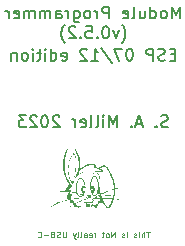
<source format=gbr>
%TF.GenerationSoftware,KiCad,Pcbnew,6.0.11+dfsg-1~bpo11+1*%
%TF.CreationDate,2023-06-28T15:38:28-04:00*%
%TF.ProjectId,ESP12,45535031-322e-46b6-9963-61645f706362,rev?*%
%TF.SameCoordinates,Original*%
%TF.FileFunction,Legend,Bot*%
%TF.FilePolarity,Positive*%
%FSLAX46Y46*%
G04 Gerber Fmt 4.6, Leading zero omitted, Abs format (unit mm)*
G04 Created by KiCad (PCBNEW 6.0.11+dfsg-1~bpo11+1) date 2023-06-28 15:38:28*
%MOMM*%
%LPD*%
G01*
G04 APERTURE LIST*
%ADD10C,0.150000*%
%ADD11C,0.125000*%
G04 APERTURE END LIST*
D10*
X156928571Y-103825010D02*
X156595238Y-103825010D01*
X156452380Y-104348819D02*
X156928571Y-104348819D01*
X156928571Y-103348819D01*
X156452380Y-103348819D01*
X156071428Y-104301200D02*
X155928571Y-104348819D01*
X155690476Y-104348819D01*
X155595238Y-104301200D01*
X155547619Y-104253581D01*
X155500000Y-104158343D01*
X155500000Y-104063105D01*
X155547619Y-103967867D01*
X155595238Y-103920248D01*
X155690476Y-103872629D01*
X155880952Y-103825010D01*
X155976190Y-103777391D01*
X156023809Y-103729772D01*
X156071428Y-103634534D01*
X156071428Y-103539296D01*
X156023809Y-103444058D01*
X155976190Y-103396439D01*
X155880952Y-103348819D01*
X155642857Y-103348819D01*
X155500000Y-103396439D01*
X155071428Y-104348819D02*
X155071428Y-103348819D01*
X154690476Y-103348819D01*
X154595238Y-103396439D01*
X154547619Y-103444058D01*
X154500000Y-103539296D01*
X154500000Y-103682153D01*
X154547619Y-103777391D01*
X154595238Y-103825010D01*
X154690476Y-103872629D01*
X155071428Y-103872629D01*
X153119047Y-103348819D02*
X153023809Y-103348819D01*
X152928571Y-103396439D01*
X152880952Y-103444058D01*
X152833333Y-103539296D01*
X152785714Y-103729772D01*
X152785714Y-103967867D01*
X152833333Y-104158343D01*
X152880952Y-104253581D01*
X152928571Y-104301200D01*
X153023809Y-104348819D01*
X153119047Y-104348819D01*
X153214285Y-104301200D01*
X153261904Y-104253581D01*
X153309523Y-104158343D01*
X153357142Y-103967867D01*
X153357142Y-103729772D01*
X153309523Y-103539296D01*
X153261904Y-103444058D01*
X153214285Y-103396439D01*
X153119047Y-103348819D01*
X152452380Y-103348819D02*
X151785714Y-103348819D01*
X152214285Y-104348819D01*
X150690476Y-103301200D02*
X151547619Y-104586915D01*
X149833333Y-104348819D02*
X150404761Y-104348819D01*
X150119047Y-104348819D02*
X150119047Y-103348819D01*
X150214285Y-103491677D01*
X150309523Y-103586915D01*
X150404761Y-103634534D01*
X149452380Y-103444058D02*
X149404761Y-103396439D01*
X149309523Y-103348819D01*
X149071428Y-103348819D01*
X148976190Y-103396439D01*
X148928571Y-103444058D01*
X148880952Y-103539296D01*
X148880952Y-103634534D01*
X148928571Y-103777391D01*
X149500000Y-104348819D01*
X148880952Y-104348819D01*
X147309523Y-104301200D02*
X147404761Y-104348819D01*
X147595238Y-104348819D01*
X147690476Y-104301200D01*
X147738095Y-104205962D01*
X147738095Y-103825010D01*
X147690476Y-103729772D01*
X147595238Y-103682153D01*
X147404761Y-103682153D01*
X147309523Y-103729772D01*
X147261904Y-103825010D01*
X147261904Y-103920248D01*
X147738095Y-104015486D01*
X146404761Y-104348819D02*
X146404761Y-103348819D01*
X146404761Y-104301200D02*
X146500000Y-104348819D01*
X146690476Y-104348819D01*
X146785714Y-104301200D01*
X146833333Y-104253581D01*
X146880952Y-104158343D01*
X146880952Y-103872629D01*
X146833333Y-103777391D01*
X146785714Y-103729772D01*
X146690476Y-103682153D01*
X146500000Y-103682153D01*
X146404761Y-103729772D01*
X145928571Y-104348819D02*
X145928571Y-103682153D01*
X145928571Y-103348819D02*
X145976190Y-103396439D01*
X145928571Y-103444058D01*
X145880952Y-103396439D01*
X145928571Y-103348819D01*
X145928571Y-103444058D01*
X145595238Y-103682153D02*
X145214285Y-103682153D01*
X145452380Y-103348819D02*
X145452380Y-104205962D01*
X145404761Y-104301200D01*
X145309523Y-104348819D01*
X145214285Y-104348819D01*
X144880952Y-104348819D02*
X144880952Y-103682153D01*
X144880952Y-103348819D02*
X144928571Y-103396439D01*
X144880952Y-103444058D01*
X144833333Y-103396439D01*
X144880952Y-103348819D01*
X144880952Y-103444058D01*
X144261904Y-104348819D02*
X144357142Y-104301200D01*
X144404761Y-104253581D01*
X144452380Y-104158343D01*
X144452380Y-103872629D01*
X144404761Y-103777391D01*
X144357142Y-103729772D01*
X144261904Y-103682153D01*
X144119047Y-103682153D01*
X144023809Y-103729772D01*
X143976190Y-103777391D01*
X143928571Y-103872629D01*
X143928571Y-104158343D01*
X143976190Y-104253581D01*
X144023809Y-104301200D01*
X144119047Y-104348819D01*
X144261904Y-104348819D01*
X143500000Y-103682153D02*
X143500000Y-104348819D01*
X143500000Y-103777391D02*
X143452380Y-103729772D01*
X143357142Y-103682153D01*
X143214285Y-103682153D01*
X143119047Y-103729772D01*
X143071428Y-103825010D01*
X143071428Y-104348819D01*
X157309523Y-100779835D02*
X157309523Y-99779835D01*
X156976190Y-100494121D01*
X156642857Y-99779835D01*
X156642857Y-100779835D01*
X156023809Y-100779835D02*
X156119047Y-100732216D01*
X156166666Y-100684597D01*
X156214285Y-100589359D01*
X156214285Y-100303645D01*
X156166666Y-100208407D01*
X156119047Y-100160788D01*
X156023809Y-100113169D01*
X155880952Y-100113169D01*
X155785714Y-100160788D01*
X155738095Y-100208407D01*
X155690476Y-100303645D01*
X155690476Y-100589359D01*
X155738095Y-100684597D01*
X155785714Y-100732216D01*
X155880952Y-100779835D01*
X156023809Y-100779835D01*
X154833333Y-100779835D02*
X154833333Y-99779835D01*
X154833333Y-100732216D02*
X154928571Y-100779835D01*
X155119047Y-100779835D01*
X155214285Y-100732216D01*
X155261904Y-100684597D01*
X155309523Y-100589359D01*
X155309523Y-100303645D01*
X155261904Y-100208407D01*
X155214285Y-100160788D01*
X155119047Y-100113169D01*
X154928571Y-100113169D01*
X154833333Y-100160788D01*
X153928571Y-100113169D02*
X153928571Y-100779835D01*
X154357142Y-100113169D02*
X154357142Y-100636978D01*
X154309523Y-100732216D01*
X154214285Y-100779835D01*
X154071428Y-100779835D01*
X153976190Y-100732216D01*
X153928571Y-100684597D01*
X153309523Y-100779835D02*
X153404761Y-100732216D01*
X153452380Y-100636978D01*
X153452380Y-99779835D01*
X152547619Y-100732216D02*
X152642857Y-100779835D01*
X152833333Y-100779835D01*
X152928571Y-100732216D01*
X152976190Y-100636978D01*
X152976190Y-100256026D01*
X152928571Y-100160788D01*
X152833333Y-100113169D01*
X152642857Y-100113169D01*
X152547619Y-100160788D01*
X152500000Y-100256026D01*
X152500000Y-100351264D01*
X152976190Y-100446502D01*
X151309523Y-100779835D02*
X151309523Y-99779835D01*
X150928571Y-99779835D01*
X150833333Y-99827455D01*
X150785714Y-99875074D01*
X150738095Y-99970312D01*
X150738095Y-100113169D01*
X150785714Y-100208407D01*
X150833333Y-100256026D01*
X150928571Y-100303645D01*
X151309523Y-100303645D01*
X150309523Y-100779835D02*
X150309523Y-100113169D01*
X150309523Y-100303645D02*
X150261904Y-100208407D01*
X150214285Y-100160788D01*
X150119047Y-100113169D01*
X150023809Y-100113169D01*
X149547619Y-100779835D02*
X149642857Y-100732216D01*
X149690476Y-100684597D01*
X149738095Y-100589359D01*
X149738095Y-100303645D01*
X149690476Y-100208407D01*
X149642857Y-100160788D01*
X149547619Y-100113169D01*
X149404761Y-100113169D01*
X149309523Y-100160788D01*
X149261904Y-100208407D01*
X149214285Y-100303645D01*
X149214285Y-100589359D01*
X149261904Y-100684597D01*
X149309523Y-100732216D01*
X149404761Y-100779835D01*
X149547619Y-100779835D01*
X148357142Y-100113169D02*
X148357142Y-100922693D01*
X148404761Y-101017931D01*
X148452380Y-101065550D01*
X148547619Y-101113169D01*
X148690476Y-101113169D01*
X148785714Y-101065550D01*
X148357142Y-100732216D02*
X148452380Y-100779835D01*
X148642857Y-100779835D01*
X148738095Y-100732216D01*
X148785714Y-100684597D01*
X148833333Y-100589359D01*
X148833333Y-100303645D01*
X148785714Y-100208407D01*
X148738095Y-100160788D01*
X148642857Y-100113169D01*
X148452380Y-100113169D01*
X148357142Y-100160788D01*
X147880952Y-100779835D02*
X147880952Y-100113169D01*
X147880952Y-100303645D02*
X147833333Y-100208407D01*
X147785714Y-100160788D01*
X147690476Y-100113169D01*
X147595238Y-100113169D01*
X146833333Y-100779835D02*
X146833333Y-100256026D01*
X146880952Y-100160788D01*
X146976190Y-100113169D01*
X147166666Y-100113169D01*
X147261904Y-100160788D01*
X146833333Y-100732216D02*
X146928571Y-100779835D01*
X147166666Y-100779835D01*
X147261904Y-100732216D01*
X147309523Y-100636978D01*
X147309523Y-100541740D01*
X147261904Y-100446502D01*
X147166666Y-100398883D01*
X146928571Y-100398883D01*
X146833333Y-100351264D01*
X146357142Y-100779835D02*
X146357142Y-100113169D01*
X146357142Y-100208407D02*
X146309523Y-100160788D01*
X146214285Y-100113169D01*
X146071428Y-100113169D01*
X145976190Y-100160788D01*
X145928571Y-100256026D01*
X145928571Y-100779835D01*
X145928571Y-100256026D02*
X145880952Y-100160788D01*
X145785714Y-100113169D01*
X145642857Y-100113169D01*
X145547619Y-100160788D01*
X145500000Y-100256026D01*
X145500000Y-100779835D01*
X145023809Y-100779835D02*
X145023809Y-100113169D01*
X145023809Y-100208407D02*
X144976190Y-100160788D01*
X144880952Y-100113169D01*
X144738095Y-100113169D01*
X144642857Y-100160788D01*
X144595238Y-100256026D01*
X144595238Y-100779835D01*
X144595238Y-100256026D02*
X144547619Y-100160788D01*
X144452380Y-100113169D01*
X144309523Y-100113169D01*
X144214285Y-100160788D01*
X144166666Y-100256026D01*
X144166666Y-100779835D01*
X143309523Y-100732216D02*
X143404761Y-100779835D01*
X143595238Y-100779835D01*
X143690476Y-100732216D01*
X143738095Y-100636978D01*
X143738095Y-100256026D01*
X143690476Y-100160788D01*
X143595238Y-100113169D01*
X143404761Y-100113169D01*
X143309523Y-100160788D01*
X143261904Y-100256026D01*
X143261904Y-100351264D01*
X143738095Y-100446502D01*
X142833333Y-100779835D02*
X142833333Y-100113169D01*
X142833333Y-100303645D02*
X142785714Y-100208407D01*
X142738095Y-100160788D01*
X142642857Y-100113169D01*
X142547619Y-100113169D01*
D11*
X154761904Y-118822015D02*
X154476190Y-118822015D01*
X154619047Y-119322015D02*
X154619047Y-118822015D01*
X154309523Y-119322015D02*
X154309523Y-118822015D01*
X154095238Y-119322015D02*
X154095238Y-119060110D01*
X154119047Y-119012491D01*
X154166666Y-118988682D01*
X154238095Y-118988682D01*
X154285714Y-119012491D01*
X154309523Y-119036301D01*
X153857142Y-119322015D02*
X153857142Y-118988682D01*
X153857142Y-118822015D02*
X153880952Y-118845825D01*
X153857142Y-118869634D01*
X153833333Y-118845825D01*
X153857142Y-118822015D01*
X153857142Y-118869634D01*
X153642857Y-119298205D02*
X153595238Y-119322015D01*
X153500000Y-119322015D01*
X153452380Y-119298205D01*
X153428571Y-119250586D01*
X153428571Y-119226777D01*
X153452380Y-119179158D01*
X153500000Y-119155348D01*
X153571428Y-119155348D01*
X153619047Y-119131539D01*
X153642857Y-119083920D01*
X153642857Y-119060110D01*
X153619047Y-119012491D01*
X153571428Y-118988682D01*
X153500000Y-118988682D01*
X153452380Y-119012491D01*
X152833333Y-119322015D02*
X152833333Y-118988682D01*
X152833333Y-118822015D02*
X152857142Y-118845825D01*
X152833333Y-118869634D01*
X152809523Y-118845825D01*
X152833333Y-118822015D01*
X152833333Y-118869634D01*
X152619047Y-119298205D02*
X152571428Y-119322015D01*
X152476190Y-119322015D01*
X152428571Y-119298205D01*
X152404761Y-119250586D01*
X152404761Y-119226777D01*
X152428571Y-119179158D01*
X152476190Y-119155348D01*
X152547619Y-119155348D01*
X152595238Y-119131539D01*
X152619047Y-119083920D01*
X152619047Y-119060110D01*
X152595238Y-119012491D01*
X152547619Y-118988682D01*
X152476190Y-118988682D01*
X152428571Y-119012491D01*
X151809523Y-119322015D02*
X151809523Y-118822015D01*
X151523809Y-119322015D01*
X151523809Y-118822015D01*
X151214285Y-119322015D02*
X151261904Y-119298205D01*
X151285714Y-119274396D01*
X151309523Y-119226777D01*
X151309523Y-119083920D01*
X151285714Y-119036301D01*
X151261904Y-119012491D01*
X151214285Y-118988682D01*
X151142857Y-118988682D01*
X151095238Y-119012491D01*
X151071428Y-119036301D01*
X151047619Y-119083920D01*
X151047619Y-119226777D01*
X151071428Y-119274396D01*
X151095238Y-119298205D01*
X151142857Y-119322015D01*
X151214285Y-119322015D01*
X150904761Y-118988682D02*
X150714285Y-118988682D01*
X150833333Y-118822015D02*
X150833333Y-119250586D01*
X150809523Y-119298205D01*
X150761904Y-119322015D01*
X150714285Y-119322015D01*
X150166666Y-119322015D02*
X150166666Y-118988682D01*
X150166666Y-119083920D02*
X150142857Y-119036301D01*
X150119047Y-119012491D01*
X150071428Y-118988682D01*
X150023809Y-118988682D01*
X149666666Y-119298205D02*
X149714285Y-119322015D01*
X149809523Y-119322015D01*
X149857142Y-119298205D01*
X149880952Y-119250586D01*
X149880952Y-119060110D01*
X149857142Y-119012491D01*
X149809523Y-118988682D01*
X149714285Y-118988682D01*
X149666666Y-119012491D01*
X149642857Y-119060110D01*
X149642857Y-119107729D01*
X149880952Y-119155348D01*
X149214285Y-119322015D02*
X149214285Y-119060110D01*
X149238095Y-119012491D01*
X149285714Y-118988682D01*
X149380952Y-118988682D01*
X149428571Y-119012491D01*
X149214285Y-119298205D02*
X149261904Y-119322015D01*
X149380952Y-119322015D01*
X149428571Y-119298205D01*
X149452380Y-119250586D01*
X149452380Y-119202967D01*
X149428571Y-119155348D01*
X149380952Y-119131539D01*
X149261904Y-119131539D01*
X149214285Y-119107729D01*
X148904761Y-119322015D02*
X148952380Y-119298205D01*
X148976190Y-119250586D01*
X148976190Y-118822015D01*
X148642857Y-119322015D02*
X148690476Y-119298205D01*
X148714285Y-119250586D01*
X148714285Y-118822015D01*
X148500000Y-118988682D02*
X148380952Y-119322015D01*
X148261904Y-118988682D02*
X148380952Y-119322015D01*
X148428571Y-119441063D01*
X148452380Y-119464872D01*
X148500000Y-119488682D01*
X147690476Y-118822015D02*
X147690476Y-119226777D01*
X147666666Y-119274396D01*
X147642857Y-119298205D01*
X147595238Y-119322015D01*
X147500000Y-119322015D01*
X147452380Y-119298205D01*
X147428571Y-119274396D01*
X147404761Y-119226777D01*
X147404761Y-118822015D01*
X147190476Y-119298205D02*
X147119047Y-119322015D01*
X147000000Y-119322015D01*
X146952380Y-119298205D01*
X146928571Y-119274396D01*
X146904761Y-119226777D01*
X146904761Y-119179158D01*
X146928571Y-119131539D01*
X146952380Y-119107729D01*
X147000000Y-119083920D01*
X147095238Y-119060110D01*
X147142857Y-119036301D01*
X147166666Y-119012491D01*
X147190476Y-118964872D01*
X147190476Y-118917253D01*
X147166666Y-118869634D01*
X147142857Y-118845825D01*
X147095238Y-118822015D01*
X146976190Y-118822015D01*
X146904761Y-118845825D01*
X146523809Y-119060110D02*
X146452380Y-119083920D01*
X146428571Y-119107729D01*
X146404761Y-119155348D01*
X146404761Y-119226777D01*
X146428571Y-119274396D01*
X146452380Y-119298205D01*
X146500000Y-119322015D01*
X146690476Y-119322015D01*
X146690476Y-118822015D01*
X146523809Y-118822015D01*
X146476190Y-118845825D01*
X146452380Y-118869634D01*
X146428571Y-118917253D01*
X146428571Y-118964872D01*
X146452380Y-119012491D01*
X146476190Y-119036301D01*
X146523809Y-119060110D01*
X146690476Y-119060110D01*
X146190476Y-119131539D02*
X145809523Y-119131539D01*
X145285714Y-119274396D02*
X145309523Y-119298205D01*
X145380952Y-119322015D01*
X145428571Y-119322015D01*
X145500000Y-119298205D01*
X145547619Y-119250586D01*
X145571428Y-119202967D01*
X145595238Y-119107729D01*
X145595238Y-119036301D01*
X145571428Y-118941063D01*
X145547619Y-118893444D01*
X145500000Y-118845825D01*
X145428571Y-118822015D01*
X145380952Y-118822015D01*
X145309523Y-118845825D01*
X145285714Y-118869634D01*
D10*
X156309523Y-109945916D02*
X156166666Y-109993535D01*
X155928571Y-109993535D01*
X155833333Y-109945916D01*
X155785714Y-109898297D01*
X155738095Y-109803059D01*
X155738095Y-109707821D01*
X155785714Y-109612583D01*
X155833333Y-109564964D01*
X155928571Y-109517345D01*
X156119047Y-109469726D01*
X156214285Y-109422107D01*
X156261904Y-109374488D01*
X156309523Y-109279250D01*
X156309523Y-109184012D01*
X156261904Y-109088774D01*
X156214285Y-109041155D01*
X156119047Y-108993535D01*
X155880952Y-108993535D01*
X155738095Y-109041155D01*
X155309523Y-109898297D02*
X155261904Y-109945916D01*
X155309523Y-109993535D01*
X155357142Y-109945916D01*
X155309523Y-109898297D01*
X155309523Y-109993535D01*
X154119047Y-109707821D02*
X153642857Y-109707821D01*
X154214285Y-109993535D02*
X153880952Y-108993535D01*
X153547619Y-109993535D01*
X153214285Y-109898297D02*
X153166666Y-109945916D01*
X153214285Y-109993535D01*
X153261904Y-109945916D01*
X153214285Y-109898297D01*
X153214285Y-109993535D01*
X151976190Y-109993535D02*
X151976190Y-108993535D01*
X151642857Y-109707821D01*
X151309523Y-108993535D01*
X151309523Y-109993535D01*
X150833333Y-109993535D02*
X150833333Y-109326869D01*
X150833333Y-108993535D02*
X150880952Y-109041155D01*
X150833333Y-109088774D01*
X150785714Y-109041155D01*
X150833333Y-108993535D01*
X150833333Y-109088774D01*
X150214285Y-109993535D02*
X150309523Y-109945916D01*
X150357142Y-109850678D01*
X150357142Y-108993535D01*
X149690476Y-109993535D02*
X149785714Y-109945916D01*
X149833333Y-109850678D01*
X149833333Y-108993535D01*
X148928571Y-109945916D02*
X149023809Y-109993535D01*
X149214285Y-109993535D01*
X149309523Y-109945916D01*
X149357142Y-109850678D01*
X149357142Y-109469726D01*
X149309523Y-109374488D01*
X149214285Y-109326869D01*
X149023809Y-109326869D01*
X148928571Y-109374488D01*
X148880952Y-109469726D01*
X148880952Y-109564964D01*
X149357142Y-109660202D01*
X148452380Y-109993535D02*
X148452380Y-109326869D01*
X148452380Y-109517345D02*
X148404761Y-109422107D01*
X148357142Y-109374488D01*
X148261904Y-109326869D01*
X148166666Y-109326869D01*
X147119047Y-109088774D02*
X147071428Y-109041155D01*
X146976190Y-108993535D01*
X146738095Y-108993535D01*
X146642857Y-109041155D01*
X146595238Y-109088774D01*
X146547619Y-109184012D01*
X146547619Y-109279250D01*
X146595238Y-109422107D01*
X147166666Y-109993535D01*
X146547619Y-109993535D01*
X145928571Y-108993535D02*
X145833333Y-108993535D01*
X145738095Y-109041155D01*
X145690476Y-109088774D01*
X145642857Y-109184012D01*
X145595238Y-109374488D01*
X145595238Y-109612583D01*
X145642857Y-109803059D01*
X145690476Y-109898297D01*
X145738095Y-109945916D01*
X145833333Y-109993535D01*
X145928571Y-109993535D01*
X146023809Y-109945916D01*
X146071428Y-109898297D01*
X146119047Y-109803059D01*
X146166666Y-109612583D01*
X146166666Y-109374488D01*
X146119047Y-109184012D01*
X146071428Y-109088774D01*
X146023809Y-109041155D01*
X145928571Y-108993535D01*
X145214285Y-109088774D02*
X145166666Y-109041155D01*
X145071428Y-108993535D01*
X144833333Y-108993535D01*
X144738095Y-109041155D01*
X144690476Y-109088774D01*
X144642857Y-109184012D01*
X144642857Y-109279250D01*
X144690476Y-109422107D01*
X145261904Y-109993535D01*
X144642857Y-109993535D01*
X144309523Y-108993535D02*
X143690476Y-108993535D01*
X144023809Y-109374488D01*
X143880952Y-109374488D01*
X143785714Y-109422107D01*
X143738095Y-109469726D01*
X143690476Y-109564964D01*
X143690476Y-109803059D01*
X143738095Y-109898297D01*
X143785714Y-109945916D01*
X143880952Y-109993535D01*
X144166666Y-109993535D01*
X144261904Y-109945916D01*
X144309523Y-109898297D01*
X152428571Y-102830788D02*
X152476190Y-102783169D01*
X152571428Y-102640312D01*
X152619047Y-102545074D01*
X152666666Y-102402216D01*
X152714285Y-102164121D01*
X152714285Y-101973645D01*
X152666666Y-101735550D01*
X152619047Y-101592693D01*
X152571428Y-101497455D01*
X152476190Y-101354597D01*
X152428571Y-101306978D01*
X152142857Y-101783169D02*
X151904761Y-102449835D01*
X151666666Y-101783169D01*
X151095238Y-101449835D02*
X151000000Y-101449835D01*
X150904761Y-101497455D01*
X150857142Y-101545074D01*
X150809523Y-101640312D01*
X150761904Y-101830788D01*
X150761904Y-102068883D01*
X150809523Y-102259359D01*
X150857142Y-102354597D01*
X150904761Y-102402216D01*
X151000000Y-102449835D01*
X151095238Y-102449835D01*
X151190476Y-102402216D01*
X151238095Y-102354597D01*
X151285714Y-102259359D01*
X151333333Y-102068883D01*
X151333333Y-101830788D01*
X151285714Y-101640312D01*
X151238095Y-101545074D01*
X151190476Y-101497455D01*
X151095238Y-101449835D01*
X150333333Y-102354597D02*
X150285714Y-102402216D01*
X150333333Y-102449835D01*
X150380952Y-102402216D01*
X150333333Y-102354597D01*
X150333333Y-102449835D01*
X149380952Y-101449835D02*
X149857142Y-101449835D01*
X149904761Y-101926026D01*
X149857142Y-101878407D01*
X149761904Y-101830788D01*
X149523809Y-101830788D01*
X149428571Y-101878407D01*
X149380952Y-101926026D01*
X149333333Y-102021264D01*
X149333333Y-102259359D01*
X149380952Y-102354597D01*
X149428571Y-102402216D01*
X149523809Y-102449835D01*
X149761904Y-102449835D01*
X149857142Y-102402216D01*
X149904761Y-102354597D01*
X148904761Y-102354597D02*
X148857142Y-102402216D01*
X148904761Y-102449835D01*
X148952380Y-102402216D01*
X148904761Y-102354597D01*
X148904761Y-102449835D01*
X148476190Y-101545074D02*
X148428571Y-101497455D01*
X148333333Y-101449835D01*
X148095238Y-101449835D01*
X148000000Y-101497455D01*
X147952380Y-101545074D01*
X147904761Y-101640312D01*
X147904761Y-101735550D01*
X147952380Y-101878407D01*
X148523809Y-102449835D01*
X147904761Y-102449835D01*
X147571428Y-102830788D02*
X147523809Y-102783169D01*
X147428571Y-102640312D01*
X147380952Y-102545074D01*
X147333333Y-102402216D01*
X147285714Y-102164121D01*
X147285714Y-101973645D01*
X147333333Y-101735550D01*
X147380952Y-101592693D01*
X147428571Y-101497455D01*
X147523809Y-101354597D01*
X147571428Y-101306978D01*
%TO.C,G\u002A\u002A\u002A*%
G36*
X150227780Y-113850953D02*
G01*
X150279273Y-113856310D01*
X150320039Y-113866206D01*
X150367744Y-113888848D01*
X150420972Y-113930309D01*
X150465424Y-113985367D01*
X150500426Y-114053320D01*
X150502716Y-114059206D01*
X150514590Y-114095321D01*
X150527587Y-114142161D01*
X150540591Y-114194984D01*
X150552483Y-114249049D01*
X150562146Y-114299617D01*
X150568462Y-114341946D01*
X150568922Y-114345898D01*
X150571434Y-114371280D01*
X150570621Y-114384256D01*
X150565357Y-114388523D01*
X150554519Y-114387779D01*
X150546940Y-114385763D01*
X150540445Y-114380247D01*
X150534725Y-114368721D01*
X150528847Y-114348587D01*
X150521875Y-114317247D01*
X150512874Y-114272104D01*
X150508517Y-114250272D01*
X150489595Y-114167108D01*
X150469349Y-114098461D01*
X150446820Y-114042593D01*
X150421051Y-113997763D01*
X150391084Y-113962232D01*
X150355962Y-113934260D01*
X150314728Y-113912108D01*
X150271418Y-113898807D01*
X150216285Y-113891927D01*
X150156282Y-113892505D01*
X150096667Y-113900814D01*
X150086224Y-113903015D01*
X150046764Y-113910613D01*
X150020570Y-113913777D01*
X150005300Y-113912377D01*
X149998614Y-113906285D01*
X149998171Y-113895371D01*
X149998507Y-113893369D01*
X150002764Y-113884015D01*
X150013461Y-113876717D01*
X150033929Y-113869863D01*
X150067500Y-113861843D01*
X150113963Y-113854223D01*
X150170898Y-113850227D01*
X150227780Y-113850953D01*
G37*
G36*
X148549479Y-113215151D02*
G01*
X148547655Y-113287066D01*
X148545362Y-113354463D01*
X148542611Y-113415382D01*
X148539412Y-113467866D01*
X148535775Y-113509955D01*
X148514852Y-113689849D01*
X148483024Y-113916139D01*
X148444838Y-114141610D01*
X148399438Y-114371227D01*
X148345968Y-114609955D01*
X148337097Y-114646904D01*
X148325846Y-114691996D01*
X148315780Y-114730430D01*
X148307740Y-114759010D01*
X148302570Y-114774538D01*
X148291899Y-114790154D01*
X148277003Y-114797455D01*
X148259395Y-114790346D01*
X148235756Y-114769820D01*
X148207452Y-114737572D01*
X148175684Y-114695301D01*
X148141655Y-114644706D01*
X148106567Y-114587484D01*
X148071624Y-114525334D01*
X148038026Y-114459955D01*
X147969372Y-114301686D01*
X147914410Y-114134465D01*
X147874690Y-113962419D01*
X147850220Y-113786533D01*
X147841008Y-113607793D01*
X147844167Y-113513539D01*
X147884042Y-113513539D01*
X147884809Y-113690464D01*
X147901522Y-113864121D01*
X147913680Y-113938034D01*
X147946758Y-114085566D01*
X147990546Y-114229878D01*
X148043927Y-114367911D01*
X148105785Y-114496607D01*
X148175003Y-114612908D01*
X148193967Y-114641074D01*
X148216708Y-114673974D01*
X148235971Y-114700908D01*
X148248940Y-114717880D01*
X148269436Y-114742471D01*
X148304305Y-114598338D01*
X148327819Y-114498271D01*
X148377668Y-114264212D01*
X148420991Y-114028360D01*
X148457155Y-113794660D01*
X148485524Y-113567055D01*
X148505461Y-113349492D01*
X148506840Y-113328604D01*
X148509655Y-113266319D01*
X148511408Y-113194654D01*
X148512147Y-113116503D01*
X148511923Y-113034756D01*
X148510785Y-112952309D01*
X148508783Y-112872052D01*
X148505967Y-112796880D01*
X148502386Y-112729684D01*
X148498090Y-112673358D01*
X148493128Y-112630795D01*
X148483073Y-112569800D01*
X148462166Y-112468881D01*
X148438338Y-112383703D01*
X148411659Y-112314502D01*
X148382199Y-112261511D01*
X148381580Y-112260614D01*
X148366513Y-112241433D01*
X148354011Y-112233923D01*
X148339145Y-112235052D01*
X148338983Y-112235093D01*
X148319964Y-112245003D01*
X148297851Y-112263444D01*
X148276849Y-112285920D01*
X148261163Y-112307936D01*
X148255000Y-112324996D01*
X148254804Y-112326741D01*
X148249287Y-112342582D01*
X148237323Y-112368938D01*
X148220445Y-112402582D01*
X148200185Y-112440290D01*
X148112776Y-112611514D01*
X148036652Y-112791228D01*
X147975527Y-112972191D01*
X147929591Y-113153499D01*
X147899032Y-113334250D01*
X147884042Y-113513539D01*
X147844167Y-113513539D01*
X147847061Y-113427185D01*
X147868387Y-113245694D01*
X147904994Y-113064308D01*
X147956890Y-112884010D01*
X148024083Y-112705788D01*
X148035877Y-112677926D01*
X148053327Y-112636724D01*
X148069016Y-112599706D01*
X148080577Y-112572455D01*
X148089616Y-112551843D01*
X148099134Y-112531805D01*
X148104605Y-112522417D01*
X148104913Y-112522087D01*
X148111416Y-112511731D01*
X148122942Y-112491039D01*
X148137213Y-112464084D01*
X148151558Y-112436938D01*
X148182556Y-112381102D01*
X148216284Y-112323439D01*
X148251526Y-112265763D01*
X148287068Y-112209889D01*
X148321695Y-112157633D01*
X148354190Y-112110808D01*
X148383338Y-112071229D01*
X148407925Y-112040712D01*
X148426734Y-112021071D01*
X148438551Y-112014121D01*
X148448643Y-112016066D01*
X148454252Y-112026097D01*
X148449105Y-112045450D01*
X148432916Y-112075003D01*
X148405398Y-112115631D01*
X148387634Y-112140766D01*
X148372390Y-112163951D01*
X148365251Y-112178291D01*
X148365060Y-112186272D01*
X148370661Y-112190380D01*
X148385065Y-112199608D01*
X148406169Y-112220902D01*
X148427758Y-112249112D01*
X148446104Y-112279817D01*
X148451174Y-112290589D01*
X148464484Y-112324870D01*
X148478458Y-112367857D01*
X148492373Y-112416478D01*
X148505507Y-112467661D01*
X148517139Y-112518337D01*
X148526546Y-112565434D01*
X148533006Y-112605881D01*
X148535798Y-112636606D01*
X148534200Y-112654540D01*
X148533476Y-112663017D01*
X148540273Y-112678955D01*
X148543025Y-112687791D01*
X148545902Y-112712226D01*
X148548214Y-112749771D01*
X148549972Y-112798468D01*
X148551186Y-112856359D01*
X148551868Y-112921484D01*
X148552028Y-112991884D01*
X148551676Y-113065601D01*
X148551097Y-113116503D01*
X148550822Y-113140677D01*
X148549479Y-113215151D01*
G37*
G36*
X149816356Y-115893437D02*
G01*
X149785670Y-115934687D01*
X149750710Y-115972097D01*
X149717500Y-115998443D01*
X149715160Y-115999825D01*
X149687946Y-116009983D01*
X149657733Y-116014090D01*
X149647905Y-116013889D01*
X149628721Y-116010421D01*
X149612557Y-116000012D01*
X149593150Y-115979288D01*
X149581603Y-115964834D01*
X149568453Y-115945007D01*
X149563333Y-115932158D01*
X149562911Y-115929141D01*
X149555737Y-115912721D01*
X149542500Y-115892547D01*
X149537897Y-115886353D01*
X149526308Y-115868914D01*
X149521667Y-115858779D01*
X149519306Y-115853897D01*
X149508056Y-115839505D01*
X149490662Y-115820572D01*
X149488502Y-115818288D01*
X149595690Y-115818288D01*
X149629512Y-115863543D01*
X149646274Y-115887426D01*
X149658618Y-115907901D01*
X149663333Y-115919793D01*
X149663850Y-115924130D01*
X149669583Y-115930475D01*
X149670248Y-115930391D01*
X149682160Y-115923805D01*
X149699650Y-115909849D01*
X149717991Y-115892869D01*
X149732461Y-115877212D01*
X149738334Y-115867225D01*
X149740300Y-115860549D01*
X149750833Y-115847455D01*
X149757495Y-115840297D01*
X149763333Y-115826561D01*
X149763117Y-115825303D01*
X149753176Y-115818383D01*
X149731374Y-115813205D01*
X149701807Y-115810217D01*
X149668571Y-115809867D01*
X149635762Y-115812604D01*
X149595690Y-115818288D01*
X149488502Y-115818288D01*
X149473818Y-115802759D01*
X149465624Y-115790347D01*
X149466046Y-115779825D01*
X149473466Y-115766054D01*
X149479682Y-115756836D01*
X149488590Y-115749135D01*
X149502469Y-115744450D01*
X149525214Y-115741590D01*
X149560721Y-115739363D01*
X149571957Y-115738817D01*
X149618687Y-115737266D01*
X149670172Y-115736398D01*
X149717163Y-115736387D01*
X149724481Y-115736474D01*
X149760299Y-115737257D01*
X149783879Y-115739091D01*
X149799028Y-115742839D01*
X149809548Y-115749364D01*
X149819246Y-115759527D01*
X149832137Y-115781076D01*
X149839053Y-115816857D01*
X149837735Y-115826561D01*
X149833760Y-115855841D01*
X149816356Y-115893437D01*
G37*
G36*
X149097847Y-113817607D02*
G01*
X149135000Y-113825299D01*
X149169191Y-113834822D01*
X149203749Y-113848736D01*
X149223631Y-113863895D01*
X149230000Y-113880980D01*
X149228287Y-113890169D01*
X149217830Y-113896641D01*
X149196780Y-113892895D01*
X149163881Y-113878891D01*
X149159351Y-113876738D01*
X149132337Y-113866872D01*
X149101962Y-113861930D01*
X149061676Y-113860747D01*
X149060274Y-113860757D01*
X149025063Y-113862005D01*
X148997644Y-113866325D01*
X148970640Y-113875525D01*
X148936676Y-113891416D01*
X148900233Y-113910747D01*
X148854062Y-113941125D01*
X148814835Y-113976385D01*
X148776803Y-114021194D01*
X148762043Y-114041945D01*
X148742834Y-114071763D01*
X148722593Y-114105305D01*
X148703339Y-114139029D01*
X148687088Y-114169391D01*
X148675858Y-114192847D01*
X148671667Y-114205855D01*
X148671453Y-114207510D01*
X148667149Y-114221437D01*
X148659055Y-114242270D01*
X148645867Y-114264566D01*
X148629888Y-114272455D01*
X148623503Y-114271518D01*
X148615102Y-114262238D01*
X148615191Y-114242361D01*
X148623963Y-114211073D01*
X148641612Y-114167561D01*
X148668333Y-114111009D01*
X148691348Y-114068132D01*
X148744069Y-113990844D01*
X148804357Y-113926620D01*
X148871246Y-113876257D01*
X148943768Y-113840552D01*
X149020959Y-113820300D01*
X149030947Y-113818820D01*
X149066396Y-113815590D01*
X149097847Y-113817607D01*
G37*
G36*
X151846250Y-115375789D02*
G01*
X151844479Y-115405726D01*
X151840387Y-115463686D01*
X151835603Y-115520836D01*
X151830586Y-115571895D01*
X151825795Y-115611583D01*
X151821756Y-115640732D01*
X151817400Y-115673194D01*
X151814431Y-115696604D01*
X151813333Y-115707238D01*
X151814197Y-115707922D01*
X151827011Y-115709899D01*
X151853266Y-115711602D01*
X151890527Y-115712938D01*
X151936361Y-115713809D01*
X151988333Y-115714121D01*
X152163333Y-115714121D01*
X152163333Y-115755788D01*
X151982959Y-115755788D01*
X151924360Y-115755827D01*
X151880259Y-115756090D01*
X151848533Y-115756794D01*
X151827057Y-115758156D01*
X151813705Y-115760394D01*
X151806355Y-115763725D01*
X151802882Y-115768367D01*
X151802345Y-115770293D01*
X151801160Y-115774538D01*
X151797935Y-115789182D01*
X151791944Y-115816480D01*
X151784102Y-115852260D01*
X151775278Y-115892563D01*
X151766492Y-115931683D01*
X151757980Y-115967644D01*
X151750987Y-115995216D01*
X151746482Y-116010442D01*
X151745096Y-116014280D01*
X151744166Y-116021543D01*
X151748894Y-116026650D01*
X151762006Y-116030601D01*
X151786228Y-116034401D01*
X151824288Y-116039052D01*
X151830202Y-116039756D01*
X151873211Y-116045136D01*
X151925596Y-116052011D01*
X151975368Y-116058769D01*
X151981275Y-116059571D01*
X152034167Y-116067007D01*
X152159167Y-116084955D01*
X152161833Y-116108176D01*
X152162635Y-116119500D01*
X152158766Y-116128112D01*
X152145166Y-116127201D01*
X152122301Y-116122800D01*
X152086370Y-116116868D01*
X152042538Y-116110292D01*
X151993515Y-116103412D01*
X151942011Y-116096569D01*
X151890737Y-116090103D01*
X151842402Y-116084355D01*
X151799716Y-116079665D01*
X151765390Y-116076374D01*
X151742134Y-116074823D01*
X151732657Y-116075353D01*
X151732624Y-116075388D01*
X151728432Y-116084733D01*
X151720229Y-116106623D01*
X151709186Y-116137830D01*
X151696473Y-116175126D01*
X151690568Y-116192517D01*
X151654285Y-116291160D01*
X151614042Y-116388372D01*
X151571091Y-116481678D01*
X151526685Y-116568603D01*
X151482076Y-116646671D01*
X151438518Y-116713407D01*
X151397263Y-116766336D01*
X151369940Y-116797455D01*
X151115324Y-116797455D01*
X151054199Y-116726251D01*
X151037998Y-116707199D01*
X150957303Y-116605790D01*
X150884982Y-116502461D01*
X150817795Y-116392313D01*
X150752498Y-116270451D01*
X150707259Y-116181017D01*
X150702852Y-116257986D01*
X150700058Y-116295228D01*
X150693325Y-116341996D01*
X150682932Y-116376610D01*
X150667967Y-116401742D01*
X150647518Y-116420067D01*
X150643008Y-116422847D01*
X150610015Y-116434736D01*
X150569941Y-116439486D01*
X150529711Y-116436807D01*
X150496253Y-116426407D01*
X150493861Y-116425181D01*
X150478110Y-116417797D01*
X150471667Y-116416055D01*
X150471561Y-116417208D01*
X150467690Y-116431515D01*
X150459321Y-116456567D01*
X150447934Y-116488390D01*
X150435007Y-116523015D01*
X150422016Y-116556467D01*
X150410439Y-116584776D01*
X150401755Y-116603970D01*
X150384267Y-116632657D01*
X150356058Y-116665608D01*
X150325296Y-116690308D01*
X150295984Y-116703008D01*
X150286509Y-116705826D01*
X150273218Y-116718586D01*
X150273809Y-116739983D01*
X150288242Y-116770371D01*
X150304755Y-116797455D01*
X150238032Y-116797455D01*
X150216801Y-116797361D01*
X150191271Y-116796328D01*
X150176226Y-116793285D01*
X150167761Y-116787180D01*
X150161972Y-116776961D01*
X150159605Y-116772085D01*
X150150287Y-116761683D01*
X150137699Y-116764461D01*
X150136636Y-116764994D01*
X150117308Y-116770281D01*
X150092669Y-116772455D01*
X150076477Y-116770487D01*
X150049006Y-116757639D01*
X150029247Y-116736165D01*
X150021667Y-116709996D01*
X150017258Y-116688638D01*
X150003769Y-116664676D01*
X149985275Y-116646397D01*
X149965957Y-116639121D01*
X149958158Y-116640595D01*
X149937521Y-116650650D01*
X149915441Y-116667085D01*
X149907937Y-116673667D01*
X149872361Y-116700238D01*
X149843040Y-116712782D01*
X149818350Y-116711716D01*
X149796667Y-116697455D01*
X149782425Y-116676998D01*
X149781191Y-116654541D01*
X149794367Y-116629201D01*
X149822423Y-116599178D01*
X149829368Y-116592823D01*
X149865414Y-116562936D01*
X149896626Y-116544081D01*
X149927263Y-116534175D01*
X149961582Y-116531137D01*
X149961656Y-116531137D01*
X150012823Y-116537899D01*
X150056123Y-116559293D01*
X150092363Y-116595715D01*
X150105433Y-116612789D01*
X150115063Y-116622142D01*
X150121910Y-116621053D01*
X150129863Y-116611119D01*
X150140439Y-116592845D01*
X150150833Y-116568472D01*
X150154294Y-116560285D01*
X150172167Y-116540419D01*
X150196307Y-116531625D01*
X150222045Y-116533807D01*
X150244713Y-116546870D01*
X150259641Y-116570716D01*
X150268449Y-116597787D01*
X150285663Y-116578871D01*
X150289971Y-116573584D01*
X150306181Y-116546021D01*
X150323406Y-116507166D01*
X150340369Y-116461021D01*
X150355789Y-116411590D01*
X150368387Y-116362877D01*
X150376884Y-116318887D01*
X150380000Y-116283621D01*
X150380441Y-116273450D01*
X150389136Y-116241989D01*
X150407629Y-116221463D01*
X150434167Y-116214121D01*
X150442485Y-116215149D01*
X150463910Y-116225152D01*
X150481216Y-116241691D01*
X150488333Y-116259665D01*
X150489569Y-116264767D01*
X150498967Y-116281574D01*
X150514577Y-116301765D01*
X150524712Y-116312558D01*
X150543850Y-116326552D01*
X150562167Y-116329138D01*
X150568242Y-116327780D01*
X150580835Y-116318234D01*
X150589290Y-116298700D01*
X150593902Y-116267571D01*
X150594971Y-116223246D01*
X150592793Y-116164121D01*
X150591455Y-116138864D01*
X150589049Y-116096098D01*
X150585911Y-116066533D01*
X150580410Y-116047867D01*
X150571903Y-116038845D01*
X150782364Y-116038845D01*
X150798684Y-116091067D01*
X150800164Y-116095728D01*
X150826595Y-116165023D01*
X150863197Y-116242413D01*
X150908061Y-116324884D01*
X150959274Y-116409418D01*
X151014927Y-116493000D01*
X151073110Y-116572613D01*
X151131911Y-116645242D01*
X151189420Y-116707871D01*
X151196015Y-116714437D01*
X151218339Y-116735503D01*
X151235788Y-116750240D01*
X151245041Y-116755788D01*
X151250760Y-116753839D01*
X151267287Y-116740924D01*
X151289599Y-116718089D01*
X151315440Y-116687892D01*
X151342552Y-116652891D01*
X151368678Y-116615646D01*
X151421001Y-116529871D01*
X151480520Y-116414632D01*
X151537464Y-116284760D01*
X151591337Y-116141310D01*
X151620068Y-116058769D01*
X151502117Y-116048397D01*
X151487908Y-116047259D01*
X151446893Y-116044690D01*
X151395757Y-116042200D01*
X151336731Y-116039836D01*
X151272046Y-116037647D01*
X151203934Y-116035678D01*
X151134626Y-116033977D01*
X151066353Y-116032592D01*
X151001346Y-116031570D01*
X150941837Y-116030959D01*
X150890057Y-116030805D01*
X150848237Y-116031157D01*
X150818609Y-116032061D01*
X150803403Y-116033565D01*
X150782364Y-116038845D01*
X150571903Y-116038845D01*
X150570914Y-116037796D01*
X150555795Y-116034018D01*
X150533421Y-116034231D01*
X150502162Y-116036131D01*
X150478857Y-116037553D01*
X150417659Y-116042207D01*
X150344242Y-116048778D01*
X150261539Y-116056983D01*
X150172482Y-116066536D01*
X150080000Y-116077152D01*
X150059846Y-116079618D01*
X150012741Y-116086358D01*
X149977561Y-116093369D01*
X149950817Y-116101441D01*
X149929020Y-116111364D01*
X149900602Y-116124242D01*
X149873919Y-116129417D01*
X149856846Y-116123390D01*
X149850833Y-116106253D01*
X149852178Y-116097726D01*
X149858669Y-116088038D01*
X149872836Y-116077036D01*
X149897171Y-116062844D01*
X149934167Y-116043589D01*
X149966028Y-116026646D01*
X150098928Y-116026646D01*
X150103023Y-116029410D01*
X150121667Y-116029334D01*
X150127664Y-116029029D01*
X150153698Y-116026738D01*
X150188360Y-116022842D01*
X150225833Y-116017977D01*
X150248524Y-116015092D01*
X150296199Y-116010045D01*
X150348181Y-116005499D01*
X150396667Y-116002176D01*
X150429707Y-116000303D01*
X150478030Y-115997292D01*
X150513033Y-115994364D01*
X150536861Y-115991024D01*
X150551661Y-115986775D01*
X150559576Y-115981120D01*
X150562752Y-115973564D01*
X150563333Y-115963611D01*
X150566031Y-115946346D01*
X150572558Y-115939121D01*
X150576552Y-115937486D01*
X150577149Y-115927046D01*
X150576057Y-115920309D01*
X150583748Y-115919280D01*
X150594921Y-115919341D01*
X150602422Y-115908313D01*
X150600810Y-115889047D01*
X150594721Y-115880315D01*
X150581716Y-115873268D01*
X150569037Y-115872464D01*
X150563333Y-115879582D01*
X150562257Y-115881071D01*
X150549635Y-115886798D01*
X150525817Y-115894029D01*
X150494583Y-115901557D01*
X150483055Y-115904173D01*
X150445158Y-115913685D01*
X150398208Y-115926369D01*
X150347085Y-115940887D01*
X150296667Y-115955897D01*
X150269365Y-115964211D01*
X150226166Y-115977226D01*
X150189152Y-115988207D01*
X150161570Y-115996194D01*
X150146667Y-116000227D01*
X150131083Y-116005549D01*
X150109167Y-116017661D01*
X150107288Y-116019087D01*
X150098928Y-116026646D01*
X149966028Y-116026646D01*
X149973668Y-116022583D01*
X150021845Y-115995446D01*
X150071828Y-115966083D01*
X150117500Y-115938016D01*
X150134818Y-115927413D01*
X150221667Y-115927413D01*
X150222241Y-115929127D01*
X150228363Y-115929864D01*
X150243776Y-115926177D01*
X150271667Y-115917431D01*
X150280262Y-115914759D01*
X150307968Y-115906753D01*
X150346074Y-115896210D01*
X150390718Y-115884192D01*
X150438036Y-115871758D01*
X150466128Y-115864408D01*
X150482763Y-115859955D01*
X150697937Y-115859955D01*
X150716642Y-115908313D01*
X150722918Y-115924538D01*
X150747898Y-115989121D01*
X150982699Y-115989480D01*
X151035754Y-115989727D01*
X151107897Y-115990511D01*
X151179511Y-115991739D01*
X151246561Y-115993328D01*
X151305013Y-115995192D01*
X151350833Y-115997245D01*
X151369345Y-115998290D01*
X151422921Y-116001479D01*
X151475515Y-116004819D01*
X151521909Y-116007972D01*
X151556879Y-116010599D01*
X151592832Y-116013040D01*
X151615926Y-116013083D01*
X151628566Y-116010451D01*
X151633806Y-116004918D01*
X151634526Y-116002814D01*
X151639880Y-115984076D01*
X151647404Y-115954740D01*
X151656208Y-115918630D01*
X151665403Y-115879570D01*
X151674103Y-115841382D01*
X151681416Y-115807891D01*
X151686456Y-115782921D01*
X151688333Y-115770293D01*
X151688231Y-115767537D01*
X151684630Y-115760036D01*
X151672840Y-115757710D01*
X151648750Y-115759429D01*
X151628954Y-115761181D01*
X151594446Y-115763641D01*
X151552799Y-115766200D01*
X151509167Y-115768524D01*
X151436380Y-115772737D01*
X151354736Y-115778638D01*
X151267953Y-115785888D01*
X151178751Y-115794197D01*
X151089855Y-115803274D01*
X151003985Y-115812829D01*
X150923864Y-115822572D01*
X150852214Y-115832212D01*
X150839112Y-115834216D01*
X150791759Y-115841459D01*
X150745219Y-115850022D01*
X150697937Y-115859955D01*
X150482763Y-115859955D01*
X150506609Y-115853572D01*
X150539359Y-115844503D01*
X150561569Y-115837983D01*
X150570436Y-115834797D01*
X150570810Y-115834216D01*
X150570400Y-115822697D01*
X150565845Y-115802571D01*
X150558947Y-115779861D01*
X150551506Y-115760593D01*
X150545323Y-115750791D01*
X150544071Y-115750711D01*
X150531300Y-115755323D01*
X150507448Y-115766468D01*
X150475106Y-115782730D01*
X150436866Y-115802697D01*
X150395318Y-115824955D01*
X150353054Y-115848088D01*
X150312664Y-115870684D01*
X150276739Y-115891328D01*
X150247871Y-115908607D01*
X150228650Y-115921107D01*
X150221667Y-115927413D01*
X150134818Y-115927413D01*
X150254599Y-115854077D01*
X150452835Y-115742700D01*
X150473814Y-115731094D01*
X150503194Y-115713020D01*
X150519050Y-115701182D01*
X150653265Y-115701182D01*
X150653873Y-115714602D01*
X150658441Y-115731514D01*
X150665366Y-115753705D01*
X150667458Y-115760740D01*
X150676714Y-115789457D01*
X150686004Y-115805888D01*
X150699421Y-115812365D01*
X150721055Y-115811221D01*
X150755000Y-115804788D01*
X150755981Y-115804592D01*
X150801580Y-115796635D01*
X150860959Y-115787976D01*
X150931337Y-115778924D01*
X151009932Y-115769788D01*
X151093961Y-115760877D01*
X151180642Y-115752500D01*
X151267194Y-115744967D01*
X151350833Y-115738587D01*
X151357797Y-115738098D01*
X151422494Y-115733473D01*
X151484197Y-115728930D01*
X151540180Y-115724681D01*
X151587715Y-115720935D01*
X151624077Y-115717902D01*
X151646537Y-115715793D01*
X151700573Y-115709955D01*
X151710267Y-115651621D01*
X151712850Y-115634421D01*
X151718045Y-115592289D01*
X151723520Y-115539959D01*
X151728901Y-115481599D01*
X151733814Y-115421379D01*
X151737885Y-115363469D01*
X151740740Y-115312038D01*
X151741269Y-115288058D01*
X151739321Y-115263906D01*
X151734042Y-115255788D01*
X151729843Y-115256478D01*
X151711801Y-115261346D01*
X151684116Y-115269855D01*
X151650822Y-115280792D01*
X151633195Y-115286617D01*
X151602411Y-115296098D01*
X151579350Y-115302281D01*
X151568009Y-115304043D01*
X151559420Y-115304799D01*
X151542500Y-115311350D01*
X151539180Y-115312856D01*
X151520858Y-115319678D01*
X151490208Y-115330216D01*
X151449794Y-115343614D01*
X151402178Y-115359018D01*
X151349925Y-115375572D01*
X151301278Y-115391235D01*
X151132108Y-115452525D01*
X150965518Y-115524031D01*
X150796238Y-115607966D01*
X150765740Y-115623979D01*
X150722498Y-115646718D01*
X150691233Y-115664023D01*
X150670341Y-115677678D01*
X150658220Y-115689469D01*
X150653265Y-115701182D01*
X150519050Y-115701182D01*
X150522747Y-115698422D01*
X150529853Y-115689121D01*
X150529852Y-115689012D01*
X150527854Y-115676114D01*
X150522549Y-115650760D01*
X150514732Y-115616567D01*
X150505201Y-115577152D01*
X150496624Y-115540947D01*
X150484017Y-115483358D01*
X150471909Y-115423748D01*
X150462042Y-115370445D01*
X150443550Y-115263207D01*
X150424448Y-115349081D01*
X150415604Y-115386504D01*
X150387537Y-115482732D01*
X150354478Y-115568289D01*
X150317081Y-115641994D01*
X150276003Y-115702665D01*
X150231898Y-115749121D01*
X150185421Y-115780181D01*
X150157368Y-115790119D01*
X150112156Y-115796899D01*
X150065999Y-115795536D01*
X150026486Y-115785764D01*
X150025484Y-115785342D01*
X149978842Y-115757016D01*
X149934541Y-115713391D01*
X149893168Y-115655715D01*
X149855314Y-115585240D01*
X149821565Y-115503213D01*
X149792511Y-115410884D01*
X149768739Y-115309504D01*
X149754861Y-115224860D01*
X149834173Y-115224860D01*
X149835283Y-115247340D01*
X149840226Y-115280707D01*
X149848546Y-115322385D01*
X149859787Y-115369798D01*
X149873490Y-115420371D01*
X149875146Y-115426027D01*
X149884130Y-115453826D01*
X149891864Y-115473391D01*
X149896827Y-115480788D01*
X149911565Y-115474812D01*
X149930357Y-115456713D01*
X149948759Y-115430274D01*
X149963614Y-115399348D01*
X149972413Y-115369616D01*
X149978801Y-115325278D01*
X149979016Y-115280100D01*
X149973562Y-115237502D01*
X149962943Y-115200905D01*
X149947664Y-115173728D01*
X149928229Y-115159392D01*
X149914497Y-115159960D01*
X149893259Y-115167296D01*
X149871125Y-115178805D01*
X149853719Y-115191517D01*
X149846667Y-115202461D01*
X149846154Y-115205966D01*
X149837231Y-115215878D01*
X149834173Y-115224860D01*
X149754861Y-115224860D01*
X149750838Y-115200322D01*
X149750132Y-115194773D01*
X149744390Y-115133055D01*
X149740595Y-115059927D01*
X149740192Y-115042504D01*
X149813333Y-115042504D01*
X149846027Y-115010579D01*
X149847003Y-115009628D01*
X149865922Y-114992643D01*
X149882851Y-114982837D01*
X149904008Y-114977729D01*
X149935611Y-114974839D01*
X149940885Y-114974492D01*
X149970345Y-114973378D01*
X149990284Y-114975665D01*
X150006884Y-114982815D01*
X150026328Y-114996291D01*
X150031513Y-115000402D01*
X150060079Y-115030940D01*
X150084474Y-115069625D01*
X150091685Y-115084349D01*
X150099604Y-115103650D01*
X150104899Y-115123624D01*
X150108266Y-115148268D01*
X150110402Y-115181581D01*
X150112004Y-115227562D01*
X150112105Y-115231066D01*
X150113040Y-115278214D01*
X150113011Y-115280100D01*
X150112494Y-115313148D01*
X150110112Y-115340021D01*
X150105538Y-115362985D01*
X150098416Y-115386193D01*
X150091308Y-115407444D01*
X150080259Y-115442493D01*
X150071838Y-115471547D01*
X150065135Y-115492556D01*
X150035996Y-115547934D01*
X149993028Y-115595874D01*
X149962412Y-115622754D01*
X149980635Y-115648345D01*
X149986296Y-115655563D01*
X150007847Y-115677806D01*
X150032346Y-115698196D01*
X150042746Y-115705119D01*
X150082397Y-115720751D01*
X150122340Y-115720023D01*
X150161990Y-115703154D01*
X150200760Y-115670360D01*
X150238065Y-115621859D01*
X150248266Y-115605452D01*
X150290129Y-115522673D01*
X150325450Y-115425440D01*
X150353967Y-115314580D01*
X150375416Y-115190918D01*
X150379262Y-115158071D01*
X150384512Y-115087660D01*
X150387414Y-115008330D01*
X150387968Y-114924987D01*
X150386173Y-114842540D01*
X150382028Y-114765897D01*
X150375531Y-114699965D01*
X150359533Y-114600495D01*
X150338433Y-114507491D01*
X150312959Y-114423204D01*
X150283692Y-114348770D01*
X150251214Y-114285324D01*
X150216107Y-114234000D01*
X150178954Y-114195935D01*
X150140335Y-114172264D01*
X150100833Y-114164121D01*
X150088181Y-114164935D01*
X150048595Y-114178007D01*
X150010468Y-114206043D01*
X149974287Y-114247762D01*
X149940540Y-114301882D01*
X149909712Y-114367125D01*
X149882292Y-114442208D01*
X149858765Y-114525850D01*
X149839619Y-114616772D01*
X149825341Y-114713693D01*
X149816416Y-114815331D01*
X149813333Y-114920406D01*
X149813333Y-115042504D01*
X149740192Y-115042504D01*
X149738748Y-114980049D01*
X149738849Y-114898083D01*
X149740898Y-114818688D01*
X149744894Y-114746525D01*
X149750838Y-114686253D01*
X149751150Y-114683885D01*
X149769180Y-114574854D01*
X149793069Y-114473651D01*
X149822229Y-114381527D01*
X149856070Y-114299730D01*
X149894005Y-114229511D01*
X149935444Y-114172118D01*
X149979801Y-114128802D01*
X150026486Y-114100811D01*
X150054363Y-114092838D01*
X150099474Y-114089231D01*
X150145689Y-114093839D01*
X150185421Y-114106395D01*
X150226744Y-114133286D01*
X150270687Y-114177869D01*
X150311834Y-114236677D01*
X150349539Y-114308462D01*
X150383155Y-114391977D01*
X150412037Y-114485975D01*
X150435538Y-114589209D01*
X150442931Y-114624698D01*
X150449671Y-114648358D01*
X150456338Y-114660620D01*
X150463929Y-114664121D01*
X150464170Y-114664122D01*
X150476858Y-114666552D01*
X150486492Y-114675114D01*
X150493675Y-114691914D01*
X150499011Y-114719060D01*
X150503105Y-114758658D01*
X150506561Y-114812816D01*
X150508768Y-114849799D01*
X150514866Y-114924987D01*
X150518344Y-114967861D01*
X150531777Y-115091446D01*
X150548436Y-115216119D01*
X150567693Y-115337445D01*
X150588918Y-115450990D01*
X150611482Y-115552317D01*
X150634167Y-115644680D01*
X150755000Y-115579617D01*
X150779159Y-115566709D01*
X150876513Y-115516944D01*
X150972431Y-115471906D01*
X151070493Y-115430128D01*
X151174278Y-115390143D01*
X151287365Y-115350483D01*
X151413333Y-115309679D01*
X151443025Y-115300373D01*
X151505624Y-115280737D01*
X151563678Y-115262508D01*
X151614915Y-115246399D01*
X151657062Y-115233125D01*
X151687848Y-115223401D01*
X151705000Y-115217941D01*
X151742500Y-115205847D01*
X151740153Y-115124567D01*
X151737576Y-115069145D01*
X151730126Y-114977462D01*
X151718965Y-114879657D01*
X151704792Y-114781589D01*
X151688304Y-114689121D01*
X151656524Y-114550520D01*
X151597897Y-114357938D01*
X151523365Y-114169188D01*
X151433256Y-113984987D01*
X151327894Y-113806051D01*
X151207607Y-113633096D01*
X151178712Y-113594285D01*
X151157183Y-113563987D01*
X151143045Y-113541557D01*
X151134800Y-113524325D01*
X151130951Y-113509624D01*
X151130000Y-113494785D01*
X151129594Y-113483101D01*
X151125319Y-113463210D01*
X151114179Y-113443374D01*
X151093478Y-113417918D01*
X151052059Y-113377966D01*
X150998301Y-113344864D01*
X150939141Y-113327304D01*
X150874007Y-113325128D01*
X150802330Y-113338180D01*
X150755552Y-113353630D01*
X150696157Y-113378385D01*
X150634879Y-113408461D01*
X150577584Y-113441167D01*
X150546001Y-113460778D01*
X150594251Y-113480170D01*
X150616467Y-113489423D01*
X150677769Y-113518469D01*
X150732613Y-113549585D01*
X150778588Y-113581172D01*
X150813286Y-113611634D01*
X150834296Y-113639371D01*
X150845764Y-113675764D01*
X150842733Y-113712826D01*
X150825336Y-113746390D01*
X150794746Y-113774250D01*
X150752133Y-113794199D01*
X150738546Y-113797705D01*
X150700829Y-113803727D01*
X150652090Y-113808349D01*
X150596060Y-113811453D01*
X150536471Y-113812920D01*
X150477051Y-113812630D01*
X150421533Y-113810464D01*
X150373647Y-113806302D01*
X150360787Y-113804637D01*
X150312470Y-113796883D01*
X150262170Y-113786869D01*
X150213583Y-113775508D01*
X150170409Y-113763714D01*
X150136345Y-113752398D01*
X150115090Y-113742475D01*
X150104730Y-113733904D01*
X150098376Y-113719324D01*
X150098295Y-113695076D01*
X150104134Y-113667469D01*
X150118882Y-113650156D01*
X150143481Y-113645473D01*
X150179063Y-113652830D01*
X150215282Y-113663871D01*
X150272921Y-113678843D01*
X150329133Y-113689448D01*
X150388414Y-113696300D01*
X150455260Y-113700010D01*
X150534167Y-113701191D01*
X150567883Y-113701085D01*
X150622237Y-113700139D01*
X150665859Y-113698303D01*
X150696773Y-113695674D01*
X150713005Y-113692350D01*
X150718464Y-113689863D01*
X150725315Y-113684949D01*
X150723419Y-113678760D01*
X150711048Y-113668671D01*
X150686474Y-113652058D01*
X150677961Y-113646567D01*
X150625726Y-113617539D01*
X150557400Y-113585927D01*
X150472896Y-113551694D01*
X150372125Y-113514805D01*
X150255000Y-113475222D01*
X150214450Y-113461870D01*
X150163229Y-113444679D01*
X150118654Y-113429347D01*
X150083030Y-113416683D01*
X150058663Y-113407496D01*
X150047859Y-113402593D01*
X150044979Y-113399653D01*
X150039779Y-113382686D01*
X150040539Y-113352430D01*
X150043224Y-113332987D01*
X150051342Y-113310060D01*
X150066430Y-113293460D01*
X150075812Y-113285415D01*
X150086521Y-113270028D01*
X150083081Y-113254658D01*
X150065417Y-113235015D01*
X150059102Y-113229552D01*
X150020327Y-113207084D01*
X149968430Y-113190537D01*
X149905635Y-113180466D01*
X149834167Y-113177423D01*
X149735865Y-113184826D01*
X149623935Y-113207771D01*
X149508274Y-113245870D01*
X149389612Y-113298752D01*
X149268678Y-113366049D01*
X149146199Y-113447393D01*
X149022906Y-113542413D01*
X148899527Y-113650740D01*
X148875446Y-113672780D01*
X148850977Y-113694200D01*
X148833066Y-113708754D01*
X148824462Y-113714121D01*
X148820425Y-113719057D01*
X148811938Y-113736955D01*
X148800853Y-113764862D01*
X148788532Y-113799538D01*
X148786807Y-113804585D01*
X148763150Y-113866289D01*
X148732427Y-113936396D01*
X148697006Y-114010153D01*
X148659255Y-114082806D01*
X148621540Y-114149602D01*
X148586229Y-114205788D01*
X148575124Y-114222146D01*
X148554705Y-114251200D01*
X148539698Y-114269801D01*
X148527550Y-114280419D01*
X148515705Y-114285521D01*
X148501610Y-114287576D01*
X148472726Y-114286521D01*
X148452866Y-114276081D01*
X148445705Y-114255692D01*
X148451239Y-114225141D01*
X148469469Y-114184215D01*
X148500392Y-114132699D01*
X148567386Y-114021267D01*
X148640688Y-113870793D01*
X148699397Y-113712738D01*
X148743267Y-113547786D01*
X148772053Y-113376621D01*
X148773068Y-113367618D01*
X148776895Y-113317645D01*
X148779387Y-113256493D01*
X148780547Y-113188621D01*
X148780375Y-113118489D01*
X148778874Y-113050556D01*
X148776046Y-112989280D01*
X148771891Y-112939121D01*
X148771138Y-112932460D01*
X148740374Y-112733176D01*
X148693660Y-112532068D01*
X148631396Y-112330435D01*
X148553980Y-112129575D01*
X148461813Y-111930788D01*
X148443993Y-111895339D01*
X148425129Y-111857621D01*
X148410152Y-111827454D01*
X148400273Y-111807279D01*
X148396702Y-111799538D01*
X148396977Y-111799341D01*
X148407238Y-111798383D01*
X148429347Y-111797709D01*
X148459238Y-111797455D01*
X148521809Y-111797455D01*
X148575244Y-111907871D01*
X148636622Y-112040847D01*
X148716114Y-112237795D01*
X148780770Y-112432829D01*
X148831205Y-112627876D01*
X148868034Y-112824862D01*
X148872366Y-112855989D01*
X148880974Y-112940743D01*
X148886587Y-113033386D01*
X148889197Y-113129870D01*
X148888794Y-113226151D01*
X148885370Y-113318183D01*
X148878916Y-113401921D01*
X148869424Y-113473318D01*
X148858498Y-113536681D01*
X148917166Y-113485678D01*
X148961061Y-113448433D01*
X149098598Y-113343331D01*
X149237929Y-113254169D01*
X149378719Y-113181124D01*
X149520633Y-113124380D01*
X149663333Y-113084115D01*
X149685401Y-113079868D01*
X149737401Y-113073426D01*
X149795652Y-113069826D01*
X149855619Y-113069069D01*
X149912769Y-113071160D01*
X149962566Y-113076100D01*
X150000478Y-113083894D01*
X150050908Y-113102200D01*
X150103456Y-113128968D01*
X150146200Y-113159701D01*
X150176864Y-113192715D01*
X150193172Y-113226330D01*
X150194789Y-113235730D01*
X150195452Y-113265367D01*
X150192176Y-113297426D01*
X150185695Y-113322455D01*
X150185346Y-113323542D01*
X150187726Y-113329610D01*
X150198596Y-113336818D01*
X150219846Y-113346003D01*
X150253366Y-113358005D01*
X150301045Y-113373662D01*
X150421731Y-113412370D01*
X150489888Y-113366751D01*
X150547253Y-113330362D01*
X150640938Y-113280328D01*
X150735977Y-113241725D01*
X150755375Y-113235268D01*
X150785416Y-113227052D01*
X150815229Y-113222100D01*
X150850438Y-113219609D01*
X150896667Y-113218776D01*
X150919996Y-113218708D01*
X150955540Y-113219250D01*
X150981570Y-113221373D01*
X151002822Y-113225903D01*
X151024031Y-113233666D01*
X151049929Y-113245485D01*
X151062399Y-113251679D01*
X151111338Y-113282972D01*
X151158262Y-113325714D01*
X151161837Y-113329526D01*
X151183836Y-113355753D01*
X151209044Y-113389382D01*
X151235568Y-113427455D01*
X151261515Y-113467014D01*
X151284991Y-113505103D01*
X151304104Y-113538763D01*
X151316961Y-113565038D01*
X151321667Y-113580969D01*
X151322656Y-113584857D01*
X151330935Y-113601967D01*
X151346256Y-113628696D01*
X151366973Y-113662239D01*
X151391439Y-113699789D01*
X151444500Y-113782050D01*
X151539564Y-113947299D01*
X151621858Y-114117468D01*
X151693860Y-114297455D01*
X151728998Y-114403439D01*
X151761914Y-114521807D01*
X151790481Y-114644859D01*
X151813968Y-114768732D01*
X151831648Y-114889566D01*
X151842791Y-115003500D01*
X151846667Y-115106671D01*
X151846766Y-115122626D01*
X151847572Y-115152445D01*
X151849013Y-115173079D01*
X151850878Y-115180788D01*
X151852325Y-115180596D01*
X151866378Y-115177954D01*
X151892651Y-115172692D01*
X151928087Y-115165428D01*
X151969628Y-115156780D01*
X151978056Y-115155021D01*
X152023476Y-115145758D01*
X152065840Y-115137450D01*
X152100736Y-115130949D01*
X152123750Y-115127103D01*
X152141185Y-115124791D01*
X152156370Y-115124644D01*
X152162313Y-115129957D01*
X152163333Y-115142400D01*
X152161810Y-115154406D01*
X152152964Y-115163416D01*
X152132084Y-115168913D01*
X152120741Y-115170961D01*
X152085569Y-115177590D01*
X152044755Y-115185575D01*
X152001440Y-115194268D01*
X151958768Y-115203020D01*
X151919883Y-115211181D01*
X151887927Y-115218103D01*
X151866044Y-115223137D01*
X151857377Y-115225633D01*
X151856158Y-115232583D01*
X151854157Y-115253799D01*
X151851703Y-115286557D01*
X151851605Y-115288058D01*
X151849000Y-115328129D01*
X151846250Y-115375789D01*
G37*
G36*
X149758451Y-116432541D02*
G01*
X149748838Y-116512915D01*
X149741416Y-116561357D01*
X149724661Y-116623953D01*
X149700551Y-116673207D01*
X149668065Y-116710534D01*
X149626182Y-116737345D01*
X149573880Y-116755054D01*
X149554935Y-116758329D01*
X149522219Y-116761663D01*
X149487809Y-116763284D01*
X149458656Y-116763121D01*
X149438608Y-116760346D01*
X149424317Y-116753254D01*
X149410182Y-116740181D01*
X149388740Y-116709689D01*
X149370206Y-116661034D01*
X149358854Y-116599355D01*
X149355087Y-116527543D01*
X149434585Y-116527543D01*
X149435433Y-116567106D01*
X149438293Y-116599957D01*
X149443907Y-116625754D01*
X149453039Y-116649538D01*
X149465099Y-116672760D01*
X149476722Y-116685254D01*
X149490121Y-116688154D01*
X149503901Y-116687347D01*
X149520683Y-116684562D01*
X149530872Y-116677345D01*
X149536114Y-116662636D01*
X149538053Y-116637377D01*
X149538333Y-116598510D01*
X149538334Y-116598081D01*
X149539210Y-116555027D01*
X149542447Y-116525998D01*
X149548997Y-116508433D01*
X149559809Y-116499772D01*
X149575833Y-116497455D01*
X149583133Y-116497840D01*
X149598056Y-116503444D01*
X149607304Y-116517763D01*
X149612016Y-116543398D01*
X149613333Y-116582946D01*
X149614327Y-116617705D01*
X149617744Y-116637715D01*
X149624039Y-116641695D01*
X149633665Y-116629912D01*
X149647075Y-116602629D01*
X149653326Y-116585642D01*
X149661615Y-116554781D01*
X149668862Y-116519296D01*
X149674448Y-116483340D01*
X149677758Y-116451069D01*
X149678173Y-116426637D01*
X149675076Y-116414197D01*
X149673423Y-116412875D01*
X149656919Y-116405764D01*
X149628911Y-116397806D01*
X149593535Y-116390055D01*
X149554923Y-116383566D01*
X149540057Y-116382544D01*
X149519090Y-116387553D01*
X149495386Y-116403021D01*
X149487511Y-116409071D01*
X149465716Y-116425069D01*
X149449629Y-116435876D01*
X149444712Y-116439562D01*
X149439279Y-116448321D01*
X149436147Y-116463667D01*
X149434766Y-116488956D01*
X149434585Y-116527543D01*
X149355087Y-116527543D01*
X149355000Y-116525879D01*
X149355000Y-116439121D01*
X149330290Y-116439121D01*
X149319204Y-116437809D01*
X149287502Y-116425624D01*
X149246966Y-116401106D01*
X149198580Y-116364810D01*
X149191575Y-116358887D01*
X149169528Y-116333440D01*
X149163388Y-116310563D01*
X149173333Y-116290788D01*
X149173442Y-116290680D01*
X149189838Y-116281914D01*
X149211863Y-116284102D01*
X149241283Y-116297787D01*
X149279867Y-116323511D01*
X149302665Y-116339893D01*
X149324855Y-116354166D01*
X149341922Y-116361456D01*
X149358494Y-116363570D01*
X149379197Y-116362315D01*
X149381210Y-116362112D01*
X149418753Y-116353002D01*
X149451885Y-116332092D01*
X149469759Y-116318542D01*
X149487098Y-116310216D01*
X149508553Y-116306585D01*
X149540385Y-116305788D01*
X149572608Y-116307611D01*
X149618198Y-116313970D01*
X149661403Y-116323512D01*
X149709706Y-116336494D01*
X149745638Y-116345094D01*
X149772341Y-116349630D01*
X149793183Y-116350483D01*
X149811532Y-116348035D01*
X149830759Y-116342665D01*
X149841359Y-116338866D01*
X149867969Y-116326401D01*
X149887054Y-116313524D01*
X149888351Y-116312277D01*
X149906085Y-116289458D01*
X149924553Y-116257488D01*
X149940419Y-116222788D01*
X149950342Y-116191780D01*
X149957738Y-116170302D01*
X149967532Y-116155762D01*
X149972704Y-116152507D01*
X149994044Y-116148694D01*
X150016878Y-116153357D01*
X150032683Y-116165252D01*
X150035682Y-116177332D01*
X150032516Y-116203769D01*
X150021810Y-116238842D01*
X150004545Y-116279518D01*
X149981703Y-116322764D01*
X149968859Y-116343868D01*
X149950842Y-116367577D01*
X149930473Y-116384800D01*
X149902294Y-116400906D01*
X149863179Y-116417356D01*
X149818101Y-116426637D01*
X149806196Y-116429088D01*
X149758451Y-116432541D01*
G37*
G36*
X148107930Y-115105063D02*
G01*
X148087108Y-115138097D01*
X148063088Y-115166014D01*
X148035875Y-115190739D01*
X148030670Y-115195468D01*
X148022865Y-115201990D01*
X147992254Y-115226301D01*
X147963398Y-115247522D01*
X147941653Y-115261669D01*
X147909167Y-115280050D01*
X148002917Y-115280419D01*
X148044112Y-115280897D01*
X148072889Y-115282317D01*
X148091750Y-115285199D01*
X148104097Y-115290070D01*
X148113333Y-115297455D01*
X148126370Y-115315696D01*
X148128886Y-115338786D01*
X148117313Y-115365577D01*
X148107168Y-115378169D01*
X148091240Y-115397940D01*
X148090584Y-115398642D01*
X148071840Y-115419667D01*
X148059365Y-115435488D01*
X148055829Y-115442728D01*
X148059883Y-115444014D01*
X148077927Y-115447832D01*
X148107757Y-115453404D01*
X148146531Y-115460207D01*
X148191407Y-115467716D01*
X148220163Y-115472514D01*
X148262407Y-115479928D01*
X148297171Y-115486479D01*
X148321460Y-115491593D01*
X148332278Y-115494696D01*
X148333315Y-115495256D01*
X148348512Y-115499644D01*
X148370877Y-115503076D01*
X148376518Y-115503746D01*
X148404095Y-115508465D01*
X148439141Y-115515926D01*
X148477689Y-115525112D01*
X148515774Y-115535005D01*
X148549432Y-115544585D01*
X148574698Y-115552835D01*
X148587605Y-115558736D01*
X148593770Y-115562745D01*
X148595499Y-115559955D01*
X148587764Y-115543061D01*
X148573162Y-115508338D01*
X148561715Y-115475093D01*
X148551500Y-115437348D01*
X148540596Y-115389121D01*
X148539783Y-115385265D01*
X148529246Y-115321034D01*
X148521304Y-115245164D01*
X148516086Y-115162194D01*
X148513725Y-115076658D01*
X148513725Y-115076621D01*
X148592791Y-115076621D01*
X148592995Y-115121008D01*
X148594288Y-115192616D01*
X148597176Y-115252915D01*
X148602141Y-115305375D01*
X148609664Y-115353465D01*
X148620227Y-115400656D01*
X148634310Y-115450418D01*
X148652397Y-115506219D01*
X148653976Y-115510897D01*
X148665020Y-115542537D01*
X148673775Y-115562381D01*
X148682944Y-115574006D01*
X148695229Y-115580991D01*
X148713333Y-115586915D01*
X148718016Y-115588341D01*
X148743412Y-115596315D01*
X148779378Y-115607830D01*
X148821811Y-115621566D01*
X148866612Y-115636205D01*
X148875976Y-115639300D01*
X148922931Y-115655349D01*
X148968267Y-115671617D01*
X149007225Y-115686365D01*
X149035044Y-115697848D01*
X149087698Y-115721472D01*
X149121307Y-115679261D01*
X149136448Y-115658169D01*
X149153583Y-115628760D01*
X149163753Y-115604231D01*
X149165389Y-115598233D01*
X149172135Y-115574915D01*
X149177187Y-115559433D01*
X149176920Y-115552506D01*
X149166404Y-115548547D01*
X149142292Y-115547455D01*
X149140016Y-115547449D01*
X149114020Y-115545322D01*
X149095288Y-115536860D01*
X149075405Y-115518405D01*
X149049806Y-115486431D01*
X149024615Y-115439571D01*
X149005466Y-115381979D01*
X148991244Y-115310909D01*
X148988997Y-115295466D01*
X148983386Y-115225177D01*
X149105167Y-115225177D01*
X149106218Y-115253578D01*
X149110335Y-115295724D01*
X149116829Y-115337863D01*
X149124909Y-115375836D01*
X149133785Y-115405481D01*
X149142667Y-115422639D01*
X149161532Y-115436129D01*
X149185642Y-115437441D01*
X149210619Y-115424271D01*
X149234831Y-115397542D01*
X149256645Y-115358177D01*
X149256851Y-115357710D01*
X149265477Y-115335209D01*
X149269877Y-115313529D01*
X149270681Y-115286896D01*
X149268520Y-115249534D01*
X149265811Y-115221389D01*
X149257053Y-115172764D01*
X149243792Y-115139312D01*
X149225463Y-115120292D01*
X149201500Y-115114965D01*
X149171336Y-115122591D01*
X149166490Y-115124710D01*
X149132626Y-115148522D01*
X149112022Y-115182264D01*
X149105167Y-115225177D01*
X148983386Y-115225177D01*
X148982308Y-115211680D01*
X148986964Y-115139102D01*
X149003229Y-115076632D01*
X149031368Y-115023175D01*
X149071645Y-114977632D01*
X149111380Y-114951280D01*
X149154529Y-114940142D01*
X149198268Y-114944822D01*
X149240253Y-114965488D01*
X149265770Y-114983658D01*
X149259848Y-114921806D01*
X149255897Y-114886453D01*
X149239795Y-114790040D01*
X149216730Y-114695351D01*
X149188012Y-114607273D01*
X149154954Y-114530696D01*
X149123752Y-114474821D01*
X149080782Y-114415588D01*
X149035532Y-114371798D01*
X148988442Y-114343698D01*
X148939951Y-114331530D01*
X148890500Y-114335540D01*
X148840527Y-114355972D01*
X148835673Y-114358842D01*
X148787761Y-114397024D01*
X148743269Y-114450759D01*
X148702597Y-114519273D01*
X148666144Y-114601797D01*
X148634310Y-114697559D01*
X148607494Y-114805788D01*
X148605919Y-114813470D01*
X148601185Y-114841146D01*
X148597671Y-114871591D01*
X148595226Y-114907582D01*
X148593698Y-114951899D01*
X148592937Y-115007319D01*
X148592791Y-115076621D01*
X148513725Y-115076621D01*
X148514349Y-114993094D01*
X148518090Y-114916037D01*
X148525079Y-114850025D01*
X148526077Y-114843305D01*
X148549567Y-114719009D01*
X148580706Y-114608683D01*
X148619893Y-114511334D01*
X148667522Y-114425968D01*
X148723992Y-114351592D01*
X148732810Y-114341977D01*
X148784726Y-114298332D01*
X148841505Y-114269693D01*
X148901128Y-114256060D01*
X148961575Y-114257434D01*
X149020828Y-114273814D01*
X149076868Y-114305200D01*
X149127675Y-114351592D01*
X149145646Y-114372917D01*
X149204223Y-114458547D01*
X149252311Y-114556890D01*
X149289838Y-114667698D01*
X149316732Y-114790725D01*
X149332921Y-114925726D01*
X149335058Y-114983658D01*
X149338333Y-115072455D01*
X149338218Y-115094532D01*
X149331259Y-115238842D01*
X149324881Y-115286896D01*
X149313612Y-115371795D01*
X149285376Y-115492953D01*
X149246649Y-115601878D01*
X149197530Y-115698133D01*
X149165188Y-115751621D01*
X149180142Y-115759490D01*
X149222368Y-115781710D01*
X149222894Y-115781987D01*
X149255698Y-115800384D01*
X149286927Y-115819728D01*
X149309887Y-115835877D01*
X149318229Y-115842421D01*
X149338991Y-115858114D01*
X149353523Y-115868288D01*
X149377544Y-115883636D01*
X149439756Y-115927104D01*
X149477147Y-115957764D01*
X149493176Y-115970908D01*
X149501684Y-115978538D01*
X149522169Y-115998198D01*
X149533147Y-116012846D01*
X149533980Y-116015728D01*
X149537176Y-116026786D01*
X149536812Y-116044320D01*
X149532980Y-116062470D01*
X149521889Y-116078108D01*
X149506980Y-116080564D01*
X149491396Y-116068186D01*
X149487298Y-116063576D01*
X149480282Y-116060414D01*
X149468671Y-116060749D01*
X149449673Y-116065057D01*
X149420495Y-116073815D01*
X149378345Y-116087501D01*
X149339526Y-116100073D01*
X149287608Y-116116428D01*
X149237690Y-116131719D01*
X149196667Y-116143808D01*
X149172594Y-116150835D01*
X149114369Y-116169344D01*
X149055415Y-116190500D01*
X148992267Y-116215656D01*
X148921461Y-116246166D01*
X148839533Y-116283384D01*
X148815709Y-116294578D01*
X148767045Y-116318258D01*
X148714764Y-116344568D01*
X148660926Y-116372388D01*
X148607588Y-116400598D01*
X148556808Y-116428077D01*
X148510646Y-116453706D01*
X148471159Y-116476365D01*
X148440406Y-116494932D01*
X148420445Y-116508289D01*
X148413333Y-116515316D01*
X148413736Y-116519184D01*
X148421316Y-116539452D01*
X148435860Y-116564860D01*
X148453893Y-116589861D01*
X148471941Y-116608906D01*
X148486804Y-116620537D01*
X148502934Y-116629672D01*
X148509524Y-116627789D01*
X148505293Y-116614669D01*
X148502890Y-116609668D01*
X148498138Y-116581727D01*
X148506063Y-116556347D01*
X148524305Y-116537908D01*
X148550502Y-116530788D01*
X148554312Y-116531133D01*
X148575819Y-116540855D01*
X148602060Y-116561951D01*
X148630410Y-116591728D01*
X148658240Y-116627491D01*
X148682922Y-116666547D01*
X148714533Y-116723140D01*
X148732683Y-116696480D01*
X148751712Y-116672053D01*
X148777707Y-116650979D01*
X148810218Y-116638741D01*
X148854108Y-116632786D01*
X148913073Y-116628567D01*
X148946537Y-116662030D01*
X148960303Y-116677183D01*
X148977227Y-116706184D01*
X148978194Y-116732143D01*
X148963333Y-116755788D01*
X148941677Y-116769434D01*
X148913969Y-116769966D01*
X148884701Y-116754719D01*
X148874303Y-116747201D01*
X148858665Y-116741643D01*
X148841788Y-116746263D01*
X148826645Y-116756976D01*
X148811873Y-116776498D01*
X148806956Y-116785610D01*
X148797789Y-116793349D01*
X148781634Y-116796718D01*
X148753663Y-116797455D01*
X148725095Y-116796250D01*
X148703369Y-116791144D01*
X148688333Y-116780788D01*
X148676926Y-116768109D01*
X148671667Y-116759455D01*
X148669471Y-116754692D01*
X148659638Y-116739544D01*
X148644583Y-116718680D01*
X148634425Y-116705054D01*
X148617935Y-116682598D01*
X148606871Y-116667097D01*
X148603159Y-116662268D01*
X148599459Y-116661796D01*
X148598929Y-116673334D01*
X148601169Y-116699126D01*
X148606097Y-116746631D01*
X148553465Y-116749126D01*
X148521935Y-116748614D01*
X148464513Y-116736005D01*
X148413909Y-116708587D01*
X148371193Y-116667038D01*
X148337434Y-116612038D01*
X148329893Y-116597035D01*
X148319231Y-116579349D01*
X148312355Y-116572455D01*
X148311513Y-116572533D01*
X148297603Y-116578285D01*
X148271694Y-116592497D01*
X148235287Y-116614249D01*
X148189886Y-116642624D01*
X148136995Y-116676703D01*
X148078116Y-116715568D01*
X148074961Y-116717672D01*
X148029919Y-116747363D01*
X147995903Y-116768796D01*
X147970468Y-116783247D01*
X147951172Y-116791990D01*
X147935573Y-116796301D01*
X147921227Y-116797455D01*
X147887055Y-116797455D01*
X147910611Y-116777779D01*
X147923002Y-116768326D01*
X147948681Y-116750119D01*
X147983463Y-116726227D01*
X148024630Y-116698448D01*
X148069469Y-116668577D01*
X148115264Y-116638412D01*
X148159298Y-116609750D01*
X148198858Y-116584388D01*
X148231226Y-116564123D01*
X148253689Y-116550751D01*
X148272471Y-116539119D01*
X148288417Y-116526441D01*
X148293215Y-116518288D01*
X148291536Y-116512818D01*
X148286468Y-116493317D01*
X148279303Y-116463969D01*
X148271014Y-116428705D01*
X148265311Y-116405261D01*
X148257052Y-116375451D01*
X148250088Y-116355030D01*
X148245503Y-116347455D01*
X148244771Y-116347579D01*
X148236215Y-116355788D01*
X148225604Y-116372898D01*
X148202842Y-116406450D01*
X148174638Y-116426616D01*
X148142291Y-116430668D01*
X148105692Y-116418646D01*
X148099149Y-116414615D01*
X148084123Y-116398783D01*
X148071137Y-116373598D01*
X148059557Y-116337233D01*
X148048752Y-116287861D01*
X148038087Y-116223657D01*
X148037498Y-116219734D01*
X148031491Y-116180916D01*
X148026221Y-116148929D01*
X148022238Y-116126995D01*
X148020091Y-116118335D01*
X148020021Y-116118288D01*
X148010399Y-116119345D01*
X147986971Y-116124134D01*
X147951935Y-116132099D01*
X147907488Y-116142680D01*
X147855828Y-116155322D01*
X147799155Y-116169467D01*
X147739664Y-116184557D01*
X147679556Y-116200035D01*
X147621027Y-116215344D01*
X147566276Y-116229926D01*
X147517500Y-116243224D01*
X147476898Y-116254681D01*
X147446667Y-116263740D01*
X147394245Y-116280767D01*
X147293303Y-116315752D01*
X147189046Y-116354356D01*
X147087994Y-116394130D01*
X146996667Y-116432629D01*
X146986863Y-116436961D01*
X146920676Y-116467212D01*
X146847447Y-116502149D01*
X146769956Y-116540330D01*
X146690983Y-116580314D01*
X146613308Y-116620661D01*
X146539710Y-116659929D01*
X146472971Y-116696678D01*
X146415869Y-116729466D01*
X146371184Y-116756853D01*
X146364299Y-116761268D01*
X146333415Y-116779935D01*
X146310150Y-116790896D01*
X146289639Y-116796039D01*
X146267017Y-116797251D01*
X146225833Y-116797047D01*
X146309167Y-116742881D01*
X146313708Y-116739949D01*
X146357761Y-116712833D01*
X146413773Y-116680165D01*
X146479022Y-116643438D01*
X146550790Y-116604142D01*
X146626359Y-116563769D01*
X146703008Y-116523810D01*
X146778019Y-116485757D01*
X146853740Y-116448932D01*
X147049951Y-116361927D01*
X147252198Y-116283551D01*
X147455531Y-116215642D01*
X147655000Y-116160040D01*
X147671281Y-116155977D01*
X147716150Y-116144741D01*
X147756531Y-116134575D01*
X147788528Y-116126461D01*
X147808246Y-116121384D01*
X147840658Y-116112853D01*
X147819140Y-116099767D01*
X148133969Y-116099767D01*
X148134756Y-116110558D01*
X148137159Y-116132770D01*
X148140640Y-116162087D01*
X148144662Y-116194194D01*
X148148686Y-116224779D01*
X148152174Y-116249526D01*
X148154588Y-116264121D01*
X148155039Y-116263999D01*
X148159930Y-116254574D01*
X148168955Y-116234058D01*
X148180623Y-116205788D01*
X148186635Y-116191208D01*
X148202749Y-116157346D01*
X148217706Y-116136280D01*
X148233692Y-116125491D01*
X148252896Y-116122455D01*
X148255745Y-116122634D01*
X148276699Y-116131755D01*
X148298707Y-116151546D01*
X148317763Y-116177670D01*
X148329860Y-116205788D01*
X148334903Y-116225159D01*
X148348177Y-116277886D01*
X148360986Y-116330952D01*
X148372028Y-116378882D01*
X148379997Y-116416205D01*
X148384785Y-116437340D01*
X148390698Y-116456667D01*
X148395230Y-116464121D01*
X148403080Y-116460857D01*
X148422681Y-116450827D01*
X148450767Y-116435649D01*
X148484223Y-116416975D01*
X148523210Y-116395543D01*
X148575974Y-116367745D01*
X148636061Y-116337020D01*
X148700712Y-116304705D01*
X148767168Y-116272137D01*
X148832672Y-116240655D01*
X148894465Y-116211595D01*
X148949790Y-116186294D01*
X148995888Y-116166091D01*
X149030000Y-116152323D01*
X149069472Y-116138341D01*
X149118848Y-116121864D01*
X149171683Y-116105000D01*
X149221667Y-116089807D01*
X149226481Y-116088389D01*
X149298740Y-116066665D01*
X149355310Y-116048712D01*
X149396664Y-116034355D01*
X149423276Y-116023419D01*
X149435618Y-116015728D01*
X149434165Y-116011107D01*
X149433408Y-116010860D01*
X149418024Y-116008961D01*
X149388784Y-116007548D01*
X149348205Y-116006607D01*
X149298806Y-116006122D01*
X149243103Y-116006078D01*
X149183614Y-116006460D01*
X149122857Y-116007253D01*
X149063350Y-116008441D01*
X149007609Y-116010010D01*
X148958153Y-116011944D01*
X148917500Y-116014227D01*
X148889015Y-116016217D01*
X148771423Y-116024872D01*
X148666821Y-116033393D01*
X148572211Y-116042070D01*
X148484596Y-116051190D01*
X148400979Y-116061042D01*
X148318363Y-116071915D01*
X148293621Y-116075350D01*
X148242977Y-116082505D01*
X148199314Y-116088840D01*
X148165014Y-116093999D01*
X148142462Y-116097627D01*
X148134041Y-116099369D01*
X148133969Y-116099767D01*
X147819140Y-116099767D01*
X147815915Y-116097806D01*
X147802047Y-116087987D01*
X147800979Y-116086769D01*
X147934407Y-116086769D01*
X147944290Y-116088268D01*
X147963443Y-116085728D01*
X147986856Y-116080767D01*
X148007414Y-116075058D01*
X148018308Y-116070257D01*
X148018475Y-116070040D01*
X148020108Y-116059183D01*
X148020646Y-116036607D01*
X148019969Y-116006884D01*
X148017500Y-115947639D01*
X147983051Y-115999630D01*
X147981974Y-116001257D01*
X147963711Y-116029445D01*
X147948311Y-116054215D01*
X147939008Y-116070371D01*
X147935560Y-116077553D01*
X147934407Y-116086769D01*
X147800979Y-116086769D01*
X147787915Y-116071872D01*
X147778707Y-116050138D01*
X147773769Y-116020062D01*
X147772447Y-115978923D01*
X147773261Y-115951621D01*
X147878815Y-115951621D01*
X147908138Y-115905788D01*
X147921758Y-115884723D01*
X147943920Y-115851086D01*
X147963221Y-115822455D01*
X147972346Y-115809003D01*
X147992025Y-115779504D01*
X148015323Y-115744176D01*
X148038935Y-115708015D01*
X148056036Y-115682546D01*
X148076777Y-115653920D01*
X148093860Y-115632832D01*
X148104731Y-115622599D01*
X148118137Y-115616999D01*
X148146918Y-115616221D01*
X148172466Y-115631587D01*
X148181057Y-115643084D01*
X148186262Y-115662216D01*
X148184502Y-115688447D01*
X148175537Y-115724339D01*
X148159122Y-115772455D01*
X148150123Y-115798753D01*
X148142696Y-115827022D01*
X148137683Y-115857717D01*
X148134336Y-115895584D01*
X148131908Y-115945371D01*
X148131709Y-115950576D01*
X148130333Y-115994769D01*
X148130240Y-116024921D01*
X148131092Y-116036607D01*
X148131587Y-116043391D01*
X148134533Y-116052535D01*
X148139235Y-116054709D01*
X148140179Y-116054608D01*
X148154387Y-116052753D01*
X148181914Y-116048976D01*
X148220068Y-116043651D01*
X148266160Y-116037153D01*
X148317500Y-116029858D01*
X148451339Y-116012273D01*
X148707501Y-115986437D01*
X148965293Y-115970220D01*
X149217500Y-115964148D01*
X149277716Y-115963888D01*
X149327675Y-115963453D01*
X149364171Y-115962742D01*
X149388858Y-115961636D01*
X149403395Y-115960016D01*
X149409436Y-115957764D01*
X149408640Y-115954761D01*
X149402663Y-115950888D01*
X149393647Y-115945574D01*
X149370658Y-115930856D01*
X149340850Y-115910939D01*
X149308392Y-115888579D01*
X149291662Y-115877110D01*
X149253545Y-115852315D01*
X149216702Y-115829876D01*
X149187209Y-115813553D01*
X149137127Y-115788272D01*
X149103476Y-115818673D01*
X149068370Y-115846045D01*
X149010956Y-115875210D01*
X148950930Y-115888961D01*
X148890211Y-115887430D01*
X148830719Y-115870750D01*
X148774372Y-115839053D01*
X148723088Y-115792471D01*
X148702297Y-115767292D01*
X148675640Y-115730858D01*
X148654182Y-115697174D01*
X148639373Y-115671206D01*
X148623479Y-115643414D01*
X148617518Y-115633041D01*
X148705737Y-115633041D01*
X148717369Y-115655533D01*
X148737072Y-115687517D01*
X148769305Y-115727666D01*
X148805477Y-115763300D01*
X148840527Y-115788937D01*
X148868653Y-115802773D01*
X148915891Y-115814279D01*
X148962651Y-115809646D01*
X149011250Y-115788874D01*
X149031133Y-115777000D01*
X149048368Y-115765559D01*
X149055000Y-115759490D01*
X149054825Y-115758860D01*
X149045221Y-115751955D01*
X149022903Y-115741137D01*
X148990609Y-115727453D01*
X148951078Y-115711947D01*
X148907051Y-115695668D01*
X148861267Y-115679662D01*
X148816464Y-115664975D01*
X148775381Y-115652655D01*
X148705737Y-115633041D01*
X148617518Y-115633041D01*
X148612122Y-115623651D01*
X148607750Y-115616931D01*
X148594735Y-115604621D01*
X148574055Y-115594842D01*
X148541289Y-115585192D01*
X148518474Y-115579366D01*
X148471648Y-115567695D01*
X148425529Y-115556525D01*
X148383976Y-115546772D01*
X148350847Y-115539347D01*
X148330000Y-115535165D01*
X148324952Y-115534315D01*
X148303364Y-115530667D01*
X148270383Y-115525088D01*
X148229490Y-115518167D01*
X148184167Y-115510493D01*
X148163111Y-115506968D01*
X148119788Y-115499988D01*
X148082697Y-115494367D01*
X148055232Y-115490611D01*
X148040789Y-115489222D01*
X148036124Y-115489746D01*
X148023411Y-115497113D01*
X148008328Y-115515030D01*
X147988709Y-115545850D01*
X147952804Y-115614142D01*
X147920747Y-115698058D01*
X147898221Y-115789951D01*
X147884183Y-115893288D01*
X147878815Y-115951621D01*
X147773261Y-115951621D01*
X147774084Y-115923999D01*
X147774632Y-115912999D01*
X147784829Y-115806219D01*
X147804102Y-115709055D01*
X147833625Y-115616838D01*
X147874575Y-115524901D01*
X147904844Y-115464847D01*
X147877839Y-115460164D01*
X147873763Y-115459483D01*
X147834661Y-115454425D01*
X147783716Y-115449684D01*
X147725186Y-115445528D01*
X147663330Y-115442226D01*
X147602404Y-115440047D01*
X147546667Y-115439259D01*
X147454248Y-115441724D01*
X147290359Y-115458137D01*
X147123157Y-115490147D01*
X147121674Y-115490496D01*
X147071453Y-115501666D01*
X147035838Y-115508087D01*
X147013547Y-115509944D01*
X147003301Y-115507422D01*
X146999070Y-115502421D01*
X146996757Y-115492064D01*
X147005447Y-115482248D01*
X147026511Y-115472226D01*
X147061321Y-115461251D01*
X147111246Y-115448576D01*
X147132944Y-115443558D01*
X147266544Y-115418452D01*
X147400007Y-115402831D01*
X147429261Y-115401594D01*
X147797786Y-115401594D01*
X147800833Y-115405568D01*
X147810355Y-115408172D01*
X147834621Y-115412603D01*
X147863661Y-115416284D01*
X147880164Y-115417715D01*
X147901666Y-115417493D01*
X147916045Y-115412263D01*
X147929371Y-115400576D01*
X147936927Y-115391871D01*
X147943583Y-115378169D01*
X147937515Y-115373200D01*
X147919571Y-115378847D01*
X147902681Y-115384132D01*
X147874807Y-115389557D01*
X147842500Y-115393749D01*
X147840493Y-115393948D01*
X147810929Y-115397742D01*
X147797786Y-115401594D01*
X147429261Y-115401594D01*
X147527144Y-115397455D01*
X147628952Y-115397455D01*
X147624255Y-115368509D01*
X147623370Y-115362337D01*
X147623793Y-115344808D01*
X147631779Y-115329128D01*
X147650008Y-115309113D01*
X147680458Y-115278663D01*
X147663563Y-115243761D01*
X147662151Y-115240793D01*
X147650665Y-115210246D01*
X147646628Y-115185565D01*
X147650127Y-115169719D01*
X147661250Y-115165679D01*
X147670457Y-115170920D01*
X147678417Y-115186518D01*
X147679249Y-115191130D01*
X147687607Y-115209652D01*
X147700013Y-115217009D01*
X147712785Y-115210615D01*
X147715391Y-115207066D01*
X147716777Y-115195811D01*
X147705558Y-115181345D01*
X147691159Y-115163202D01*
X147690635Y-115151505D01*
X147704528Y-115147455D01*
X147709487Y-115148099D01*
X147726971Y-115158917D01*
X147740950Y-115178467D01*
X147746667Y-115200736D01*
X147746456Y-115204072D01*
X147738717Y-115223799D01*
X147723854Y-115240447D01*
X147707383Y-115247455D01*
X147702468Y-115248447D01*
X147700818Y-115255763D01*
X147701666Y-115256719D01*
X147712730Y-115256952D01*
X147730074Y-115249933D01*
X147748314Y-115238848D01*
X147762064Y-115226884D01*
X147765940Y-115217226D01*
X147766160Y-115213826D01*
X147799184Y-115213826D01*
X147804626Y-115211191D01*
X147818943Y-115203409D01*
X147825194Y-115199660D01*
X147832184Y-115190739D01*
X147826121Y-115178381D01*
X147818706Y-115169992D01*
X147813031Y-115172374D01*
X147806362Y-115188798D01*
X147805734Y-115190610D01*
X147800445Y-115207181D01*
X147799184Y-115213826D01*
X147766160Y-115213826D01*
X147766715Y-115205242D01*
X147774916Y-115187524D01*
X147782075Y-115170729D01*
X147782640Y-115156686D01*
X147845304Y-115156686D01*
X147850134Y-115166002D01*
X147855157Y-115171923D01*
X147863094Y-115174780D01*
X147875696Y-115169867D01*
X147897438Y-115156260D01*
X147907821Y-115149191D01*
X147939190Y-115125897D01*
X147967500Y-115102608D01*
X148000833Y-115073080D01*
X147965003Y-115072767D01*
X147959077Y-115072555D01*
X147928986Y-115067930D01*
X147903629Y-115059245D01*
X147888763Y-115052722D01*
X147874477Y-115052644D01*
X147865405Y-115065084D01*
X147864031Y-115070637D01*
X147858717Y-115092115D01*
X147857227Y-115100408D01*
X147855638Y-115116343D01*
X147860103Y-115120980D01*
X147872652Y-115118106D01*
X147886432Y-115111790D01*
X147899164Y-115100530D01*
X147900071Y-115099105D01*
X147911860Y-115090426D01*
X147924256Y-115090694D01*
X147930000Y-115100028D01*
X147924811Y-115117702D01*
X147905543Y-115134984D01*
X147874363Y-115145470D01*
X147868496Y-115146533D01*
X147850432Y-115151038D01*
X147845304Y-115156686D01*
X147782640Y-115156686D01*
X147782932Y-115149431D01*
X147782237Y-115146958D01*
X147774360Y-115135381D01*
X147758216Y-115135938D01*
X147757376Y-115136145D01*
X147742512Y-115136764D01*
X147738333Y-115127263D01*
X147739853Y-115120242D01*
X147751133Y-115108687D01*
X147757341Y-115105674D01*
X147759288Y-115098723D01*
X147751133Y-115084241D01*
X147746832Y-115075567D01*
X147787307Y-115075567D01*
X147790342Y-115085917D01*
X147802443Y-115104785D01*
X147805886Y-115109857D01*
X147819759Y-115129641D01*
X147826936Y-115136838D01*
X147829644Y-115132478D01*
X147830114Y-115117593D01*
X147831384Y-115097426D01*
X147835253Y-115074538D01*
X147836076Y-115070637D01*
X147832753Y-115057934D01*
X147819126Y-115055993D01*
X147797686Y-115065419D01*
X147792728Y-115068683D01*
X147787307Y-115075567D01*
X147746832Y-115075567D01*
X147742835Y-115067505D01*
X147738333Y-115047748D01*
X147739607Y-115040284D01*
X147748014Y-115031663D01*
X147758371Y-115033138D01*
X147763633Y-115045371D01*
X147764579Y-115051743D01*
X147769971Y-115051296D01*
X147782383Y-115038162D01*
X147802075Y-115021217D01*
X147823750Y-115010920D01*
X147832609Y-115008434D01*
X147841982Y-115001974D01*
X147845886Y-114988588D01*
X147846667Y-114963415D01*
X147847000Y-114960788D01*
X147871667Y-114960788D01*
X147872488Y-114973337D01*
X147880567Y-114995707D01*
X147900000Y-115019121D01*
X147910947Y-115029336D01*
X147933401Y-115043465D01*
X147957694Y-115047455D01*
X147972545Y-115045903D01*
X148004513Y-115031871D01*
X148030610Y-115005945D01*
X148046939Y-114971442D01*
X148051336Y-114950357D01*
X148049335Y-114931345D01*
X148038168Y-114909687D01*
X148013195Y-114876320D01*
X147987846Y-114857618D01*
X147963354Y-114855466D01*
X147939822Y-114869905D01*
X147938654Y-114871104D01*
X147936132Y-114877146D01*
X147945078Y-114880043D01*
X147968070Y-114880788D01*
X147993974Y-114882915D01*
X148015265Y-114892970D01*
X148026311Y-114913631D01*
X148029470Y-114947455D01*
X148027669Y-114973647D01*
X148017899Y-114998925D01*
X147997391Y-115013624D01*
X147963624Y-115020543D01*
X147957822Y-115021076D01*
X147935182Y-115021979D01*
X147924407Y-115018915D01*
X147921667Y-115011015D01*
X147924937Y-115002516D01*
X147940417Y-114997341D01*
X147969087Y-114994101D01*
X147993341Y-114981250D01*
X148004121Y-114958596D01*
X148001451Y-114926115D01*
X147998077Y-114915952D01*
X147988662Y-114907643D01*
X147969298Y-114907365D01*
X147963318Y-114908091D01*
X147946303Y-114914490D01*
X147939837Y-114928705D01*
X147935342Y-114940361D01*
X147924157Y-114947455D01*
X147917100Y-114945284D01*
X147913993Y-114934799D01*
X147915826Y-114912038D01*
X147916946Y-114903325D01*
X147918241Y-114887138D01*
X147915740Y-114884385D01*
X147908590Y-114892797D01*
X147901302Y-114904976D01*
X147896667Y-114919881D01*
X147895233Y-114924938D01*
X147884167Y-114930788D01*
X147882461Y-114930909D01*
X147874224Y-114938888D01*
X147871667Y-114960788D01*
X147847000Y-114960788D01*
X147851888Y-114922270D01*
X147870273Y-114881178D01*
X147900330Y-114849828D01*
X147940416Y-114830553D01*
X147971665Y-114821813D01*
X147923042Y-114749217D01*
X147880982Y-114684648D01*
X147778233Y-114508769D01*
X147689861Y-114328052D01*
X147615351Y-114141110D01*
X147554187Y-113946559D01*
X147505855Y-113743012D01*
X147469840Y-113529082D01*
X147469437Y-113526047D01*
X147465360Y-113482911D01*
X147462241Y-113426335D01*
X147460063Y-113359258D01*
X147458808Y-113284621D01*
X147458457Y-113205364D01*
X147458993Y-113124427D01*
X147460397Y-113044751D01*
X147462652Y-112969275D01*
X147465739Y-112900941D01*
X147469640Y-112842687D01*
X147474337Y-112797455D01*
X147499036Y-112638547D01*
X147541934Y-112430350D01*
X147595285Y-112232062D01*
X147658730Y-112044972D01*
X147731912Y-111870371D01*
X147765751Y-111797455D01*
X147894136Y-111797455D01*
X147853610Y-111876052D01*
X147810501Y-111965993D01*
X147756053Y-112099621D01*
X147706721Y-112244487D01*
X147663300Y-112397713D01*
X147626585Y-112556422D01*
X147597371Y-112717737D01*
X147576454Y-112878781D01*
X147573441Y-112911935D01*
X147568894Y-112982682D01*
X147565722Y-113061997D01*
X147563960Y-113145685D01*
X147563643Y-113229555D01*
X147564807Y-113309413D01*
X147567486Y-113381066D01*
X147571717Y-113440322D01*
X147575097Y-113472897D01*
X147597802Y-113634506D01*
X147629999Y-113797237D01*
X147670457Y-113955507D01*
X147717946Y-114103735D01*
X147727031Y-114128136D01*
X147753273Y-114192345D01*
X147785532Y-114265000D01*
X147821863Y-114342136D01*
X147860324Y-114419786D01*
X147898970Y-114493982D01*
X147935857Y-114560759D01*
X147969042Y-114616149D01*
X147974848Y-114625238D01*
X148000602Y-114664414D01*
X148028804Y-114705821D01*
X148057780Y-114747162D01*
X148085857Y-114786140D01*
X148111361Y-114820456D01*
X148132619Y-114847812D01*
X148147957Y-114865911D01*
X148155702Y-114872455D01*
X148157746Y-114873404D01*
X148167268Y-114884089D01*
X148179608Y-114902828D01*
X148191271Y-114929672D01*
X148194083Y-114950357D01*
X148195431Y-114960270D01*
X148189587Y-114985851D01*
X148173984Y-115002082D01*
X148170805Y-115004190D01*
X148156819Y-115019910D01*
X148139502Y-115046213D01*
X148124818Y-115073080D01*
X148121334Y-115079454D01*
X148107930Y-115105063D01*
G37*
%TD*%
M02*

</source>
